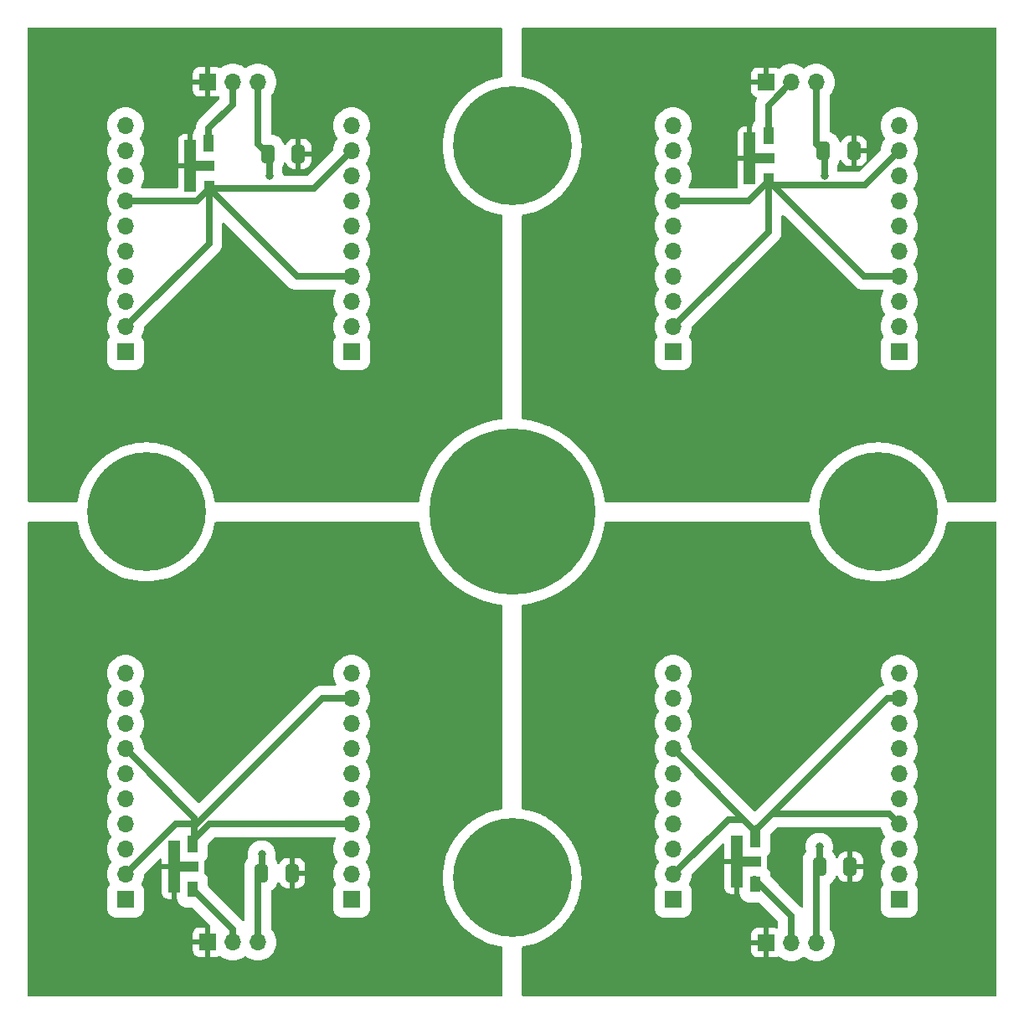
<source format=gbr>
%TF.GenerationSoftware,KiCad,Pcbnew,7.0.5-0*%
%TF.CreationDate,2023-11-28T16:07:23-05:00*%
%TF.ProjectId,quad_sipm,71756164-5f73-4697-906d-2e6b69636164,rev?*%
%TF.SameCoordinates,Original*%
%TF.FileFunction,Copper,L2,Bot*%
%TF.FilePolarity,Positive*%
%FSLAX46Y46*%
G04 Gerber Fmt 4.6, Leading zero omitted, Abs format (unit mm)*
G04 Created by KiCad (PCBNEW 7.0.5-0) date 2023-11-28 16:07:23*
%MOMM*%
%LPD*%
G01*
G04 APERTURE LIST*
G04 Aperture macros list*
%AMRoundRect*
0 Rectangle with rounded corners*
0 $1 Rounding radius*
0 $2 $3 $4 $5 $6 $7 $8 $9 X,Y pos of 4 corners*
0 Add a 4 corners polygon primitive as box body*
4,1,4,$2,$3,$4,$5,$6,$7,$8,$9,$2,$3,0*
0 Add four circle primitives for the rounded corners*
1,1,$1+$1,$2,$3*
1,1,$1+$1,$4,$5*
1,1,$1+$1,$6,$7*
1,1,$1+$1,$8,$9*
0 Add four rect primitives between the rounded corners*
20,1,$1+$1,$2,$3,$4,$5,0*
20,1,$1+$1,$4,$5,$6,$7,0*
20,1,$1+$1,$6,$7,$8,$9,0*
20,1,$1+$1,$8,$9,$2,$3,0*%
%AMFreePoly0*
4,1,5,0.508000,-1.498600,-0.508000,-1.498600,-0.508000,1.498600,0.508000,1.498600,0.508000,-1.498600,0.508000,-1.498600,$1*%
G04 Aperture macros list end*
%TA.AperFunction,ComponentPad*%
%ADD10C,16.800000*%
%TD*%
%TA.AperFunction,ComponentPad*%
%ADD11C,12.000000*%
%TD*%
%TA.AperFunction,ComponentPad*%
%ADD12R,1.700000X1.700000*%
%TD*%
%TA.AperFunction,ComponentPad*%
%ADD13O,1.700000X1.700000*%
%TD*%
%TA.AperFunction,SMDPad,CuDef*%
%ADD14RoundRect,0.250000X0.412500X0.650000X-0.412500X0.650000X-0.412500X-0.650000X0.412500X-0.650000X0*%
%TD*%
%TA.AperFunction,SMDPad,CuDef*%
%ADD15R,1.108800X1.625600*%
%TD*%
%TA.AperFunction,SMDPad,CuDef*%
%ADD16R,1.117600X1.727200*%
%TD*%
%TA.AperFunction,SMDPad,CuDef*%
%ADD17R,1.143000X5.207000*%
%TD*%
%TA.AperFunction,SMDPad,CuDef*%
%ADD18FreePoly0,90.000000*%
%TD*%
%TA.AperFunction,ViaPad*%
%ADD19C,0.800000*%
%TD*%
%TA.AperFunction,Conductor*%
%ADD20C,0.635000*%
%TD*%
%TA.AperFunction,Conductor*%
%ADD21C,0.250000*%
%TD*%
G04 APERTURE END LIST*
D10*
%TO.P,H2,1*%
%TO.N,N/C*%
X100000000Y-100000000D03*
%TD*%
D11*
%TO.P,H3,1*%
%TO.N,N/C*%
X100000000Y-137000000D03*
%TD*%
%TO.P,H4,1*%
%TO.N,N/C*%
X137000000Y-100000000D03*
%TD*%
%TO.P,H5,1*%
%TO.N,N/C*%
X63000000Y-100000000D03*
%TD*%
%TO.P,H1,1*%
%TO.N,N/C*%
X100000000Y-63000000D03*
%TD*%
D12*
%TO.P,J7,1,Pin_1*%
%TO.N,unconnected-(J7-Pin_1-Pad1)*%
X139146000Y-83820000D03*
D13*
%TO.P,J7,2,Pin_2*%
%TO.N,Net-(J3-Pin_3)*%
X139146000Y-81280000D03*
%TO.P,J7,3,Pin_3*%
%TO.N,unconnected-(J7-Pin_3-Pad3)*%
X139146000Y-78740000D03*
%TO.P,J7,4,Pin_4*%
%TO.N,Net-(J7-Pin_2-Pad12)*%
X139146000Y-76200000D03*
%TO.P,J7,5,Pin_5*%
%TO.N,unconnected-(J7-Pin_5-Pad5)*%
X139146000Y-73660000D03*
%TO.P,J7,6,Pin_6*%
%TO.N,unconnected-(J7-Pin_6-Pad6)*%
X139146000Y-71120000D03*
%TO.P,J7,7,Pin_7*%
%TO.N,Net-(J3-Pin_3)*%
X139146000Y-68580000D03*
%TO.P,J7,8,Pin_8*%
%TO.N,unconnected-(J7-Pin_8-Pad8)*%
X139146000Y-66040000D03*
%TO.P,J7,9,Pin_9*%
%TO.N,Net-(J7-Pin_2-Pad12)*%
X139146000Y-63500000D03*
%TO.P,J7,10,Pin_10*%
%TO.N,unconnected-(J7-Pin_10-Pad10)*%
X139146000Y-60960000D03*
D12*
%TO.P,J7,11,Pin_1*%
%TO.N,unconnected-(J7-Pin_1-Pad11)*%
X116286000Y-83820000D03*
D13*
%TO.P,J7,12,Pin_2*%
%TO.N,Net-(J7-Pin_2-Pad12)*%
X116286000Y-81280000D03*
%TO.P,J7,13,Pin_3*%
%TO.N,unconnected-(J7-Pin_3-Pad13)*%
X116286000Y-78740000D03*
%TO.P,J7,14,Pin_4*%
%TO.N,Net-(J3-Pin_3)*%
X116286000Y-76200000D03*
%TO.P,J7,15,Pin_5*%
%TO.N,unconnected-(J7-Pin_5-Pad15)*%
X116286000Y-73660000D03*
%TO.P,J7,16,Pin_6*%
%TO.N,unconnected-(J7-Pin_6-Pad16)*%
X116286000Y-71120000D03*
%TO.P,J7,17,Pin_7*%
%TO.N,Net-(J7-Pin_2-Pad12)*%
X116286000Y-68580000D03*
%TO.P,J7,18,Pin_8*%
%TO.N,unconnected-(J7-Pin_8-Pad18)*%
X116286000Y-66040000D03*
%TO.P,J7,19,Pin_9*%
%TO.N,Net-(J3-Pin_3)*%
X116286000Y-63500000D03*
%TO.P,J7,20,Pin_10*%
%TO.N,unconnected-(J7-Pin_10-Pad20)*%
X116286000Y-60960000D03*
%TD*%
D12*
%TO.P,J8,1,Pin_1*%
%TO.N,unconnected-(J8-Pin_1-Pad1)*%
X83774000Y-83820000D03*
D13*
%TO.P,J8,2,Pin_2*%
%TO.N,Net-(J4-Pin_3)*%
X83774000Y-81280000D03*
%TO.P,J8,3,Pin_3*%
%TO.N,unconnected-(J8-Pin_3-Pad3)*%
X83774000Y-78740000D03*
%TO.P,J8,4,Pin_4*%
%TO.N,Net-(J8-Pin_2-Pad12)*%
X83774000Y-76200000D03*
%TO.P,J8,5,Pin_5*%
%TO.N,unconnected-(J8-Pin_5-Pad5)*%
X83774000Y-73660000D03*
%TO.P,J8,6,Pin_6*%
%TO.N,unconnected-(J8-Pin_6-Pad6)*%
X83774000Y-71120000D03*
%TO.P,J8,7,Pin_7*%
%TO.N,Net-(J4-Pin_3)*%
X83774000Y-68580000D03*
%TO.P,J8,8,Pin_8*%
%TO.N,unconnected-(J8-Pin_8-Pad8)*%
X83774000Y-66040000D03*
%TO.P,J8,9,Pin_9*%
%TO.N,Net-(J8-Pin_2-Pad12)*%
X83774000Y-63500000D03*
%TO.P,J8,10,Pin_10*%
%TO.N,unconnected-(J8-Pin_10-Pad10)*%
X83774000Y-60960000D03*
D12*
%TO.P,J8,11,Pin_1*%
%TO.N,unconnected-(J8-Pin_1-Pad11)*%
X60914000Y-83820000D03*
D13*
%TO.P,J8,12,Pin_2*%
%TO.N,Net-(J8-Pin_2-Pad12)*%
X60914000Y-81280000D03*
%TO.P,J8,13,Pin_3*%
%TO.N,unconnected-(J8-Pin_3-Pad13)*%
X60914000Y-78740000D03*
%TO.P,J8,14,Pin_4*%
%TO.N,Net-(J4-Pin_3)*%
X60914000Y-76200000D03*
%TO.P,J8,15,Pin_5*%
%TO.N,unconnected-(J8-Pin_5-Pad15)*%
X60914000Y-73660000D03*
%TO.P,J8,16,Pin_6*%
%TO.N,unconnected-(J8-Pin_6-Pad16)*%
X60914000Y-71120000D03*
%TO.P,J8,17,Pin_7*%
%TO.N,Net-(J8-Pin_2-Pad12)*%
X60914000Y-68580000D03*
%TO.P,J8,18,Pin_8*%
%TO.N,unconnected-(J8-Pin_8-Pad18)*%
X60914000Y-66040000D03*
%TO.P,J8,19,Pin_9*%
%TO.N,Net-(J4-Pin_3)*%
X60914000Y-63500000D03*
%TO.P,J8,20,Pin_10*%
%TO.N,unconnected-(J8-Pin_10-Pad20)*%
X60914000Y-60960000D03*
%TD*%
%TO.P,J6,20,Pin_10*%
%TO.N,unconnected-(J6-Pin_10-Pad20)*%
X60914000Y-116332000D03*
%TO.P,J6,19,Pin_9*%
%TO.N,Net-(J2-Pin_3)*%
X60914000Y-118872000D03*
%TO.P,J6,18,Pin_8*%
%TO.N,unconnected-(J6-Pin_8-Pad18)*%
X60914000Y-121412000D03*
%TO.P,J6,17,Pin_7*%
%TO.N,Net-(J6-Pin_2-Pad12)*%
X60914000Y-123952000D03*
%TO.P,J6,16,Pin_6*%
%TO.N,unconnected-(J6-Pin_6-Pad16)*%
X60914000Y-126492000D03*
%TO.P,J6,15,Pin_5*%
%TO.N,unconnected-(J6-Pin_5-Pad15)*%
X60914000Y-129032000D03*
%TO.P,J6,14,Pin_4*%
%TO.N,Net-(J2-Pin_3)*%
X60914000Y-131572000D03*
%TO.P,J6,13,Pin_3*%
%TO.N,unconnected-(J6-Pin_3-Pad13)*%
X60914000Y-134112000D03*
%TO.P,J6,12,Pin_2*%
%TO.N,Net-(J6-Pin_2-Pad12)*%
X60914000Y-136652000D03*
D12*
%TO.P,J6,11,Pin_1*%
%TO.N,unconnected-(J6-Pin_1-Pad11)*%
X60914000Y-139192000D03*
D13*
%TO.P,J6,10,Pin_10*%
%TO.N,unconnected-(J6-Pin_10-Pad10)*%
X83774000Y-116332000D03*
%TO.P,J6,9,Pin_9*%
%TO.N,Net-(J6-Pin_2-Pad12)*%
X83774000Y-118872000D03*
%TO.P,J6,8,Pin_8*%
%TO.N,unconnected-(J6-Pin_8-Pad8)*%
X83774000Y-121412000D03*
%TO.P,J6,7,Pin_7*%
%TO.N,Net-(J2-Pin_3)*%
X83774000Y-123952000D03*
%TO.P,J6,6,Pin_6*%
%TO.N,unconnected-(J6-Pin_6-Pad6)*%
X83774000Y-126492000D03*
%TO.P,J6,5,Pin_5*%
%TO.N,unconnected-(J6-Pin_5-Pad5)*%
X83774000Y-129032000D03*
%TO.P,J6,4,Pin_4*%
%TO.N,Net-(J6-Pin_2-Pad12)*%
X83774000Y-131572000D03*
%TO.P,J6,3,Pin_3*%
%TO.N,unconnected-(J6-Pin_3-Pad3)*%
X83774000Y-134112000D03*
%TO.P,J6,2,Pin_2*%
%TO.N,Net-(J2-Pin_3)*%
X83774000Y-136652000D03*
D12*
%TO.P,J6,1,Pin_1*%
%TO.N,unconnected-(J6-Pin_1-Pad1)*%
X83774000Y-139192000D03*
%TD*%
%TO.P,J5,1,Pin_1*%
%TO.N,unconnected-(J5-Pin_1-Pad1)*%
X139146000Y-139192000D03*
D13*
%TO.P,J5,2,Pin_2*%
%TO.N,Net-(J1-Pin_3)*%
X139146000Y-136652000D03*
%TO.P,J5,3,Pin_3*%
%TO.N,unconnected-(J5-Pin_3-Pad3)*%
X139146000Y-134112000D03*
%TO.P,J5,4,Pin_4*%
%TO.N,Net-(J5-Pin_2-Pad12)*%
X139146000Y-131572000D03*
%TO.P,J5,5,Pin_5*%
%TO.N,unconnected-(J5-Pin_5-Pad5)*%
X139146000Y-129032000D03*
%TO.P,J5,6,Pin_6*%
%TO.N,unconnected-(J5-Pin_6-Pad6)*%
X139146000Y-126492000D03*
%TO.P,J5,7,Pin_7*%
%TO.N,Net-(J1-Pin_3)*%
X139146000Y-123952000D03*
%TO.P,J5,8,Pin_8*%
%TO.N,unconnected-(J5-Pin_8-Pad8)*%
X139146000Y-121412000D03*
%TO.P,J5,9,Pin_9*%
%TO.N,Net-(J5-Pin_2-Pad12)*%
X139146000Y-118872000D03*
%TO.P,J5,10,Pin_10*%
%TO.N,unconnected-(J5-Pin_10-Pad10)*%
X139146000Y-116332000D03*
D12*
%TO.P,J5,11,Pin_1*%
%TO.N,unconnected-(J5-Pin_1-Pad11)*%
X116286000Y-139192000D03*
D13*
%TO.P,J5,12,Pin_2*%
%TO.N,Net-(J5-Pin_2-Pad12)*%
X116286000Y-136652000D03*
%TO.P,J5,13,Pin_3*%
%TO.N,unconnected-(J5-Pin_3-Pad13)*%
X116286000Y-134112000D03*
%TO.P,J5,14,Pin_4*%
%TO.N,Net-(J1-Pin_3)*%
X116286000Y-131572000D03*
%TO.P,J5,15,Pin_5*%
%TO.N,unconnected-(J5-Pin_5-Pad15)*%
X116286000Y-129032000D03*
%TO.P,J5,16,Pin_6*%
%TO.N,unconnected-(J5-Pin_6-Pad16)*%
X116286000Y-126492000D03*
%TO.P,J5,17,Pin_7*%
%TO.N,Net-(J5-Pin_2-Pad12)*%
X116286000Y-123952000D03*
%TO.P,J5,18,Pin_8*%
%TO.N,unconnected-(J5-Pin_8-Pad18)*%
X116286000Y-121412000D03*
%TO.P,J5,19,Pin_9*%
%TO.N,Net-(J1-Pin_3)*%
X116286000Y-118872000D03*
%TO.P,J5,20,Pin_10*%
%TO.N,unconnected-(J5-Pin_10-Pad20)*%
X116286000Y-116332000D03*
%TD*%
D12*
%TO.P,J1,1,Pin_1*%
%TO.N,Net-(J1-Pin_1)*%
X125685000Y-143555000D03*
D13*
%TO.P,J1,2,Pin_2*%
%TO.N,Net-(J1-Pin_2)*%
X128225000Y-143555000D03*
%TO.P,J1,3,Pin_3*%
%TO.N,Net-(J1-Pin_3)*%
X130765000Y-143555000D03*
%TD*%
D14*
%TO.P,C4,1*%
%TO.N,Net-(J4-Pin_1)*%
X78397500Y-63792500D03*
%TO.P,C4,2*%
%TO.N,Net-(J4-Pin_3)*%
X75272500Y-63792500D03*
%TD*%
D12*
%TO.P,J3,1,Pin_1*%
%TO.N,Net-(J3-Pin_1)*%
X125685000Y-56560000D03*
D13*
%TO.P,J3,2,Pin_2*%
%TO.N,Net-(J3-Pin_2)*%
X128225000Y-56560000D03*
%TO.P,J3,3,Pin_3*%
%TO.N,Net-(J3-Pin_3)*%
X130765000Y-56560000D03*
%TD*%
D12*
%TO.P,J4,1,Pin_1*%
%TO.N,Net-(J4-Pin_1)*%
X69215000Y-56515000D03*
D13*
%TO.P,J4,2,Pin_2*%
%TO.N,Net-(J4-Pin_2)*%
X71755000Y-56515000D03*
%TO.P,J4,3,Pin_3*%
%TO.N,Net-(J4-Pin_3)*%
X74295000Y-56515000D03*
%TD*%
D14*
%TO.P,C3,1*%
%TO.N,Net-(J3-Pin_1)*%
X134570000Y-63500000D03*
%TO.P,C3,2*%
%TO.N,Net-(J3-Pin_3)*%
X131445000Y-63500000D03*
%TD*%
D12*
%TO.P,J2,1,Pin_1*%
%TO.N,Net-(J2-Pin_1)*%
X69215000Y-143510000D03*
D13*
%TO.P,J2,2,Pin_2*%
%TO.N,Net-(J2-Pin_2)*%
X71755000Y-143510000D03*
%TO.P,J2,3,Pin_3*%
%TO.N,Net-(J2-Pin_3)*%
X74295000Y-143510000D03*
%TD*%
D14*
%TO.P,C1,1*%
%TO.N,Net-(J1-Pin_1)*%
X134189000Y-135890000D03*
%TO.P,C1,2*%
%TO.N,Net-(J1-Pin_3)*%
X131064000Y-135890000D03*
%TD*%
%TO.P,C2,1*%
%TO.N,Net-(J2-Pin_1)*%
X77762500Y-136525000D03*
%TO.P,C2,2*%
%TO.N,Net-(J2-Pin_3)*%
X74637500Y-136525000D03*
%TD*%
D15*
%TO.P,U4,1*%
%TO.N,Net-(J8-Pin_2-Pad12)*%
X69342000Y-67310000D03*
D16*
%TO.P,U4,2*%
%TO.N,Net-(J4-Pin_2)*%
X69337600Y-62738000D03*
D17*
%TO.P,U4,3,G*%
%TO.N,Net-(J4-Pin_1)*%
X67445300Y-65036700D03*
D18*
X68397800Y-65024000D03*
%TD*%
D15*
%TO.P,U1,1*%
%TO.N,Net-(J2-Pin_2)*%
X67682700Y-138163300D03*
D16*
%TO.P,U1,2*%
%TO.N,Net-(J6-Pin_2-Pad12)*%
X67678300Y-133591300D03*
D17*
%TO.P,U1,3,G*%
%TO.N,Net-(J2-Pin_1)*%
X65786000Y-135890000D03*
D18*
X66738500Y-135877300D03*
%TD*%
%TO.P,U2,3,G*%
%TO.N,Net-(J1-Pin_1)*%
X123634500Y-135369300D03*
D17*
X122682000Y-135382000D03*
D16*
%TO.P,U2,2*%
%TO.N,Net-(J5-Pin_2-Pad12)*%
X124574300Y-133083300D03*
D15*
%TO.P,U2,1*%
%TO.N,Net-(J1-Pin_2)*%
X124578700Y-137655300D03*
%TD*%
%TO.P,U3,1*%
%TO.N,Net-(J7-Pin_2-Pad12)*%
X125912200Y-66548000D03*
D16*
%TO.P,U3,2*%
%TO.N,Net-(J3-Pin_2)*%
X125907800Y-61976000D03*
D17*
%TO.P,U3,3,G*%
%TO.N,Net-(J3-Pin_1)*%
X124015500Y-64274700D03*
D18*
X124968000Y-64262000D03*
%TD*%
D19*
%TO.N,Net-(J1-Pin_3)*%
X131064000Y-133858000D03*
%TO.N,Net-(J2-Pin_3)*%
X74676000Y-134620000D03*
%TO.N,Net-(J3-Pin_3)*%
X131572000Y-66040000D03*
%TO.N,Net-(J4-Pin_3)*%
X75438000Y-66040000D03*
%TD*%
D20*
%TO.N,Net-(J2-Pin_2)*%
X71755000Y-143510000D02*
X71755000Y-142235600D01*
X71755000Y-142235600D02*
X67682700Y-138163300D01*
%TO.N,Net-(J5-Pin_2-Pad12)*%
X116286000Y-123952000D02*
X123421000Y-131087000D01*
X116286000Y-136652000D02*
X121851000Y-131087000D01*
X123421000Y-131087000D02*
X124531800Y-132197800D01*
X121851000Y-131087000D02*
X123421000Y-131087000D01*
%TO.N,Net-(J6-Pin_2-Pad12)*%
X60914000Y-136652000D02*
X65994000Y-131572000D01*
X65994000Y-131572000D02*
X67635800Y-131572000D01*
X67635800Y-131572000D02*
X67889800Y-131826000D01*
%TO.N,Net-(J5-Pin_2-Pad12)*%
X126238000Y-130556000D02*
X125095000Y-131699000D01*
X139146000Y-118872000D02*
X137922000Y-118872000D01*
X137922000Y-118872000D02*
X125095000Y-131699000D01*
X125095000Y-131699000D02*
X124531800Y-132262200D01*
X138130000Y-130556000D02*
X126238000Y-130556000D01*
X139146000Y-131572000D02*
X138130000Y-130556000D01*
X124531800Y-132262200D02*
X124531800Y-132588000D01*
X124531800Y-132197800D02*
X124531800Y-132588000D01*
%TO.N,Net-(J1-Pin_3)*%
X131064000Y-133858000D02*
X131064000Y-135890000D01*
%TO.N,Net-(J6-Pin_2-Pad12)*%
X67889800Y-130927800D02*
X67889800Y-131826000D01*
X83774000Y-118872000D02*
X80843800Y-118872000D01*
X67889800Y-131826000D02*
X67889800Y-133096000D01*
X80843800Y-118872000D02*
X67889800Y-131826000D01*
X83774000Y-131572000D02*
X69413800Y-131572000D01*
X69413800Y-131572000D02*
X67889800Y-133096000D01*
X60914000Y-123952000D02*
X67889800Y-130927800D01*
%TO.N,Net-(J2-Pin_3)*%
X74676000Y-136486500D02*
X74637500Y-136525000D01*
X74676000Y-134620000D02*
X74676000Y-136486500D01*
%TO.N,Net-(J7-Pin_2-Pad12)*%
X139146000Y-76200000D02*
X135564200Y-76200000D01*
X135564200Y-76200000D02*
X125912200Y-66548000D01*
X116286000Y-81280000D02*
X125912200Y-71653800D01*
X125912200Y-71653800D02*
X125912200Y-66548000D01*
X116286000Y-68580000D02*
X123880200Y-68580000D01*
X123880200Y-68580000D02*
X125912200Y-66548000D01*
X139146000Y-63500000D02*
X135688500Y-66957500D01*
X135688500Y-66957500D02*
X126321700Y-66957500D01*
X126321700Y-66957500D02*
X125912200Y-66548000D01*
%TO.N,Net-(J3-Pin_3)*%
X131572000Y-66040000D02*
X131572000Y-63627000D01*
X131572000Y-63627000D02*
X131445000Y-63500000D01*
%TO.N,Net-(J8-Pin_2-Pad12)*%
X83774000Y-76200000D02*
X78232000Y-76200000D01*
X78232000Y-76200000D02*
X69342000Y-67310000D01*
X60914000Y-81280000D02*
X69342000Y-72852000D01*
X69342000Y-72852000D02*
X69342000Y-67310000D01*
X60914000Y-68580000D02*
X68072000Y-68580000D01*
X68072000Y-68580000D02*
X69342000Y-67310000D01*
X83774000Y-63500000D02*
X79964000Y-67310000D01*
X79964000Y-67310000D02*
X69342000Y-67310000D01*
%TO.N,Net-(J4-Pin_3)*%
X75438000Y-66040000D02*
X75438000Y-63958000D01*
X75438000Y-63958000D02*
X75272500Y-63792500D01*
%TO.N,Net-(J3-Pin_2)*%
X125907800Y-58877200D02*
X128225000Y-56560000D01*
X125907800Y-61976000D02*
X125907800Y-58877200D01*
%TO.N,Net-(J4-Pin_2)*%
X71755000Y-58801000D02*
X71755000Y-56515000D01*
X69337600Y-62738000D02*
X69337600Y-61218400D01*
X69337600Y-61218400D02*
X71755000Y-58801000D01*
%TO.N,Net-(J1-Pin_2)*%
X128225000Y-140848800D02*
X124536200Y-137160000D01*
X128225000Y-143555000D02*
X128225000Y-140848800D01*
%TO.N,Net-(J1-Pin_3)*%
X130765000Y-136189000D02*
X131064000Y-135890000D01*
X130765000Y-143555000D02*
X130765000Y-136189000D01*
%TO.N,Net-(J2-Pin_3)*%
X74295000Y-136867500D02*
X74295000Y-143510000D01*
X74637500Y-136525000D02*
X74295000Y-136867500D01*
D21*
X83312000Y-123952000D02*
X83774000Y-123952000D01*
D20*
%TO.N,Net-(J3-Pin_3)*%
X130765000Y-62820000D02*
X131445000Y-63500000D01*
X130765000Y-56560000D02*
X130765000Y-62820000D01*
%TO.N,Net-(J4-Pin_3)*%
X74295000Y-56515000D02*
X74295000Y-62815000D01*
X74295000Y-62815000D02*
X75272500Y-63792500D01*
%TD*%
%TA.AperFunction,Conductor*%
%TO.N,Net-(J3-Pin_1)*%
G36*
X148942121Y-51020002D02*
G01*
X148988614Y-51073658D01*
X149000000Y-51126000D01*
X149000000Y-98874000D01*
X148979998Y-98942121D01*
X148926342Y-98988614D01*
X148874000Y-99000000D01*
X144056178Y-99000000D01*
X143988057Y-98979998D01*
X143941564Y-98926342D01*
X143932375Y-98897425D01*
X143897659Y-98713953D01*
X143845369Y-98437589D01*
X143709468Y-97930403D01*
X143580392Y-97561525D01*
X143536049Y-97434799D01*
X143536048Y-97434798D01*
X143536046Y-97434791D01*
X143326072Y-96953524D01*
X143326069Y-96953519D01*
X143326062Y-96953503D01*
X143171250Y-96660588D01*
X143080719Y-96489295D01*
X143080709Y-96489279D01*
X142801366Y-96044706D01*
X142801354Y-96044689D01*
X142489561Y-95622224D01*
X142489548Y-95622208D01*
X142147067Y-95224239D01*
X142147058Y-95224228D01*
X142147045Y-95224215D01*
X142147034Y-95224203D01*
X141775796Y-94852965D01*
X141775784Y-94852954D01*
X141775772Y-94852942D01*
X141674361Y-94765671D01*
X141377791Y-94510451D01*
X141377775Y-94510438D01*
X140955310Y-94198645D01*
X140955293Y-94198633D01*
X140510720Y-93919290D01*
X140510712Y-93919285D01*
X140510705Y-93919281D01*
X140465089Y-93895172D01*
X140046496Y-93673937D01*
X140046470Y-93673925D01*
X139862513Y-93593666D01*
X139565209Y-93463954D01*
X139565202Y-93463951D01*
X139565200Y-93463950D01*
X139069605Y-93290534D01*
X138562412Y-93154631D01*
X138046487Y-93057013D01*
X137524711Y-92998222D01*
X137000000Y-92978590D01*
X136475288Y-92998222D01*
X135953512Y-93057013D01*
X135437587Y-93154631D01*
X134930394Y-93290534D01*
X134434799Y-93463950D01*
X134434796Y-93463952D01*
X133953529Y-93673925D01*
X133953503Y-93673937D01*
X133489300Y-93919278D01*
X133489279Y-93919290D01*
X133044706Y-94198633D01*
X133044689Y-94198645D01*
X132622224Y-94510438D01*
X132622208Y-94510451D01*
X132224239Y-94852932D01*
X132224203Y-94852965D01*
X131852965Y-95224203D01*
X131852932Y-95224239D01*
X131510451Y-95622208D01*
X131510438Y-95622224D01*
X131198645Y-96044689D01*
X131198633Y-96044706D01*
X130919290Y-96489279D01*
X130919278Y-96489300D01*
X130673937Y-96953503D01*
X130673925Y-96953529D01*
X130463952Y-97434796D01*
X130463950Y-97434799D01*
X130290534Y-97930394D01*
X130154631Y-98437587D01*
X130067625Y-98897425D01*
X130035308Y-98960639D01*
X129973944Y-98996347D01*
X129943822Y-99000000D01*
X109477770Y-99000000D01*
X109409649Y-98979998D01*
X109363156Y-98926342D01*
X109352377Y-98886350D01*
X109340942Y-98770251D01*
X109340941Y-98770249D01*
X109340941Y-98770242D01*
X109240512Y-98161948D01*
X109186523Y-97930403D01*
X109100512Y-97561520D01*
X108921547Y-96971555D01*
X108921545Y-96971547D01*
X108740040Y-96489300D01*
X108704372Y-96394531D01*
X108449926Y-95832958D01*
X108159296Y-95289228D01*
X107833728Y-94765671D01*
X107474613Y-94264527D01*
X107083492Y-93787944D01*
X106662038Y-93337962D01*
X106212056Y-92916508D01*
X105735473Y-92525387D01*
X105234329Y-92166272D01*
X104710772Y-91840704D01*
X104710771Y-91840703D01*
X104167054Y-91550080D01*
X104167037Y-91550071D01*
X103754548Y-91363174D01*
X103605469Y-91295628D01*
X103605464Y-91295626D01*
X103028452Y-91078454D01*
X103028444Y-91078452D01*
X102438479Y-90899487D01*
X101838066Y-90759490D01*
X101229760Y-90659059D01*
X101113649Y-90647622D01*
X101047817Y-90621039D01*
X101006807Y-90563084D01*
X101000000Y-90522229D01*
X101000000Y-81280000D01*
X114414732Y-81280000D01*
X114433779Y-81546312D01*
X114490529Y-81807188D01*
X114490529Y-81807189D01*
X114583832Y-82057346D01*
X114583837Y-82057357D01*
X114657426Y-82192128D01*
X114672517Y-82261502D01*
X114647705Y-82328022D01*
X114644239Y-82332444D01*
X114586722Y-82402529D01*
X114586721Y-82402531D01*
X114492334Y-82579116D01*
X114492332Y-82579122D01*
X114434206Y-82770736D01*
X114434206Y-82770739D01*
X114419500Y-82920057D01*
X114419500Y-84719942D01*
X114434206Y-84869260D01*
X114434206Y-84869263D01*
X114492332Y-85060877D01*
X114492334Y-85060883D01*
X114586720Y-85237466D01*
X114586722Y-85237469D01*
X114713748Y-85392252D01*
X114868531Y-85519278D01*
X115045120Y-85613667D01*
X115236731Y-85671792D01*
X115236736Y-85671792D01*
X115236738Y-85671793D01*
X115346069Y-85682560D01*
X115386066Y-85686500D01*
X115386075Y-85686500D01*
X117185925Y-85686500D01*
X117185934Y-85686500D01*
X117283179Y-85676922D01*
X117335260Y-85671793D01*
X117335263Y-85671793D01*
X117335264Y-85671792D01*
X117335269Y-85671792D01*
X117526880Y-85613667D01*
X117703469Y-85519278D01*
X117858252Y-85392252D01*
X117985278Y-85237469D01*
X118079667Y-85060880D01*
X118137792Y-84869269D01*
X118152500Y-84719934D01*
X118152500Y-82920066D01*
X118137793Y-82770739D01*
X118137793Y-82770736D01*
X118137792Y-82770733D01*
X118137792Y-82770731D01*
X118079667Y-82579120D01*
X117985278Y-82402531D01*
X117927759Y-82332444D01*
X117900007Y-82267097D01*
X117911989Y-82197119D01*
X117914572Y-82192128D01*
X117988165Y-82057353D01*
X118081468Y-81807197D01*
X118138221Y-81546309D01*
X118152736Y-81343344D01*
X118177546Y-81276826D01*
X118189313Y-81263246D01*
X126896668Y-72555893D01*
X126940028Y-72512533D01*
X126940920Y-72510393D01*
X126969972Y-72468901D01*
X126973300Y-72464564D01*
X127009124Y-72421873D01*
X127036995Y-72373597D01*
X127039922Y-72369002D01*
X127071891Y-72323348D01*
X127095446Y-72272831D01*
X127097964Y-72267995D01*
X127125834Y-72219726D01*
X127144899Y-72167340D01*
X127146986Y-72162304D01*
X127170539Y-72111798D01*
X127184957Y-72057984D01*
X127186610Y-72052743D01*
X127205665Y-72000393D01*
X127205666Y-72000388D01*
X127205668Y-72000383D01*
X127215345Y-71945494D01*
X127216527Y-71940162D01*
X127230952Y-71886332D01*
X127235807Y-71830828D01*
X127236525Y-71825377D01*
X127246200Y-71770508D01*
X127246200Y-70072751D01*
X127266202Y-70004630D01*
X127319858Y-69958137D01*
X127390132Y-69948033D01*
X127454712Y-69977527D01*
X127461295Y-69983656D01*
X134538393Y-77060754D01*
X134703446Y-77225807D01*
X134727510Y-77242656D01*
X134749084Y-77257763D01*
X134753447Y-77261111D01*
X134796125Y-77296923D01*
X134796128Y-77296925D01*
X134830107Y-77316541D01*
X134844384Y-77324784D01*
X134849006Y-77327728D01*
X134894652Y-77359691D01*
X134945143Y-77383235D01*
X134950017Y-77385772D01*
X134998273Y-77413633D01*
X135050630Y-77432689D01*
X135055690Y-77434784D01*
X135095182Y-77453200D01*
X135106197Y-77458337D01*
X135106198Y-77458337D01*
X135106202Y-77458339D01*
X135149150Y-77469846D01*
X135160023Y-77472760D01*
X135165269Y-77474414D01*
X135217616Y-77493467D01*
X135217620Y-77493467D01*
X135217621Y-77493468D01*
X135225420Y-77494843D01*
X135272497Y-77503143D01*
X135277839Y-77504328D01*
X135331668Y-77518752D01*
X135378475Y-77522846D01*
X135387180Y-77523608D01*
X135392619Y-77524324D01*
X135426996Y-77530386D01*
X135447489Y-77534000D01*
X135447490Y-77534000D01*
X135505953Y-77534000D01*
X137465917Y-77534000D01*
X137534038Y-77554002D01*
X137580531Y-77607658D01*
X137590635Y-77677932D01*
X137573419Y-77724078D01*
X137573946Y-77724366D01*
X137571946Y-77728027D01*
X137571908Y-77728131D01*
X137571789Y-77728315D01*
X137443834Y-77962647D01*
X137350529Y-78212810D01*
X137350529Y-78212811D01*
X137293779Y-78473687D01*
X137274732Y-78739999D01*
X137293779Y-79006312D01*
X137350529Y-79267188D01*
X137350529Y-79267189D01*
X137443834Y-79517352D01*
X137443835Y-79517353D01*
X137571789Y-79751684D01*
X137637657Y-79839673D01*
X137708636Y-79934491D01*
X137733447Y-80001012D01*
X137718355Y-80070386D01*
X137708636Y-80085509D01*
X137571789Y-80268316D01*
X137443834Y-80502647D01*
X137350529Y-80752810D01*
X137350529Y-80752811D01*
X137293779Y-81013687D01*
X137274732Y-81280000D01*
X137293779Y-81546312D01*
X137350529Y-81807188D01*
X137350529Y-81807189D01*
X137443832Y-82057346D01*
X137443837Y-82057357D01*
X137517426Y-82192128D01*
X137532517Y-82261502D01*
X137507705Y-82328022D01*
X137504239Y-82332444D01*
X137446722Y-82402529D01*
X137446721Y-82402531D01*
X137352334Y-82579116D01*
X137352332Y-82579122D01*
X137294206Y-82770736D01*
X137294206Y-82770739D01*
X137279500Y-82920057D01*
X137279500Y-84719942D01*
X137294206Y-84869260D01*
X137294206Y-84869263D01*
X137352332Y-85060877D01*
X137352334Y-85060883D01*
X137446720Y-85237466D01*
X137446722Y-85237469D01*
X137573748Y-85392252D01*
X137728531Y-85519278D01*
X137905120Y-85613667D01*
X138096731Y-85671792D01*
X138096736Y-85671792D01*
X138096738Y-85671793D01*
X138206069Y-85682560D01*
X138246066Y-85686500D01*
X138246075Y-85686500D01*
X140045925Y-85686500D01*
X140045934Y-85686500D01*
X140143179Y-85676922D01*
X140195260Y-85671793D01*
X140195263Y-85671793D01*
X140195264Y-85671792D01*
X140195269Y-85671792D01*
X140386880Y-85613667D01*
X140563469Y-85519278D01*
X140718252Y-85392252D01*
X140845278Y-85237469D01*
X140939667Y-85060880D01*
X140997792Y-84869269D01*
X141012500Y-84719934D01*
X141012500Y-82920066D01*
X140997793Y-82770739D01*
X140997793Y-82770736D01*
X140997792Y-82770733D01*
X140997792Y-82770731D01*
X140939667Y-82579120D01*
X140845278Y-82402531D01*
X140787759Y-82332444D01*
X140760007Y-82267097D01*
X140771989Y-82197119D01*
X140774572Y-82192128D01*
X140848165Y-82057353D01*
X140941468Y-81807197D01*
X140998221Y-81546309D01*
X141017268Y-81280000D01*
X140998221Y-81013691D01*
X140941468Y-80752803D01*
X140848165Y-80502647D01*
X140720211Y-80268316D01*
X140583362Y-80085508D01*
X140558552Y-80018989D01*
X140573643Y-79949615D01*
X140583363Y-79934491D01*
X140720211Y-79751684D01*
X140848165Y-79517353D01*
X140941468Y-79267197D01*
X140998221Y-79006309D01*
X141017268Y-78740000D01*
X140998221Y-78473691D01*
X140941468Y-78212803D01*
X140848165Y-77962647D01*
X140720211Y-77728316D01*
X140583362Y-77545508D01*
X140558552Y-77478989D01*
X140573643Y-77409615D01*
X140583363Y-77394491D01*
X140609414Y-77359691D01*
X140720211Y-77211684D01*
X140848165Y-76977353D01*
X140941468Y-76727197D01*
X140998221Y-76466309D01*
X141017268Y-76200000D01*
X140998221Y-75933691D01*
X140941468Y-75672803D01*
X140848165Y-75422647D01*
X140720211Y-75188316D01*
X140583362Y-75005508D01*
X140558552Y-74938989D01*
X140573643Y-74869615D01*
X140583363Y-74854491D01*
X140602374Y-74829095D01*
X140720211Y-74671684D01*
X140848165Y-74437353D01*
X140941468Y-74187197D01*
X140998221Y-73926309D01*
X141017268Y-73660000D01*
X140998221Y-73393691D01*
X140941468Y-73132803D01*
X140848165Y-72882647D01*
X140720211Y-72648316D01*
X140583362Y-72465508D01*
X140558552Y-72398989D01*
X140573643Y-72329615D01*
X140583363Y-72314491D01*
X140618177Y-72267985D01*
X140720211Y-72131684D01*
X140848165Y-71897353D01*
X140941468Y-71647197D01*
X140998221Y-71386309D01*
X141017268Y-71120000D01*
X140998221Y-70853691D01*
X140941468Y-70592803D01*
X140848165Y-70342647D01*
X140720211Y-70108316D01*
X140583362Y-69925508D01*
X140558552Y-69858989D01*
X140573643Y-69789615D01*
X140583363Y-69774491D01*
X140624328Y-69719768D01*
X140720211Y-69591684D01*
X140848165Y-69357353D01*
X140941468Y-69107197D01*
X140998221Y-68846309D01*
X141017268Y-68580000D01*
X140998221Y-68313691D01*
X140976935Y-68215840D01*
X140941470Y-68052811D01*
X140941470Y-68052810D01*
X140941468Y-68052806D01*
X140941468Y-68052803D01*
X140848165Y-67802647D01*
X140720211Y-67568316D01*
X140583362Y-67385508D01*
X140558552Y-67318989D01*
X140573643Y-67249615D01*
X140583363Y-67234491D01*
X140642238Y-67155843D01*
X140720211Y-67051684D01*
X140848165Y-66817353D01*
X140941468Y-66567197D01*
X140998221Y-66306309D01*
X141017268Y-66040000D01*
X140998221Y-65773691D01*
X140952867Y-65565203D01*
X140941470Y-65512811D01*
X140941470Y-65512810D01*
X140941468Y-65512806D01*
X140941468Y-65512803D01*
X140848165Y-65262647D01*
X140720211Y-65028316D01*
X140613616Y-64885922D01*
X140583363Y-64845508D01*
X140558552Y-64778988D01*
X140573644Y-64709613D01*
X140583357Y-64694498D01*
X140720211Y-64511684D01*
X140848165Y-64277353D01*
X140941468Y-64027197D01*
X140998221Y-63766309D01*
X141017268Y-63500000D01*
X140998221Y-63233691D01*
X140955838Y-63038860D01*
X140941470Y-62972811D01*
X140941470Y-62972810D01*
X140941468Y-62972806D01*
X140941468Y-62972803D01*
X140848165Y-62722647D01*
X140720211Y-62488316D01*
X140583362Y-62305508D01*
X140558552Y-62238989D01*
X140573643Y-62169615D01*
X140583363Y-62154491D01*
X140720211Y-61971684D01*
X140848165Y-61737353D01*
X140941468Y-61487197D01*
X140998221Y-61226309D01*
X141017268Y-60960000D01*
X140998221Y-60693691D01*
X140953805Y-60489513D01*
X140941470Y-60432811D01*
X140941470Y-60432810D01*
X140941468Y-60432806D01*
X140941468Y-60432803D01*
X140848165Y-60182647D01*
X140720211Y-59948316D01*
X140560210Y-59734580D01*
X140371420Y-59545790D01*
X140371417Y-59545788D01*
X140371414Y-59545785D01*
X140216422Y-59429760D01*
X140157684Y-59385789D01*
X140029728Y-59315920D01*
X139923352Y-59257834D01*
X139673189Y-59164529D01*
X139412311Y-59107779D01*
X139412313Y-59107779D01*
X139146000Y-59088732D01*
X138879687Y-59107779D01*
X138618811Y-59164529D01*
X138618810Y-59164529D01*
X138368647Y-59257834D01*
X138134316Y-59385789D01*
X137920585Y-59545785D01*
X137920576Y-59545793D01*
X137731793Y-59734576D01*
X137731785Y-59734585D01*
X137571789Y-59948316D01*
X137443834Y-60182647D01*
X137350529Y-60432810D01*
X137350529Y-60432811D01*
X137293779Y-60693687D01*
X137274732Y-60959999D01*
X137293779Y-61226312D01*
X137350529Y-61487188D01*
X137350529Y-61487189D01*
X137443834Y-61737352D01*
X137443835Y-61737353D01*
X137571789Y-61971684D01*
X137607382Y-62019230D01*
X137708636Y-62154491D01*
X137733447Y-62221012D01*
X137718355Y-62290386D01*
X137708636Y-62305509D01*
X137571789Y-62488316D01*
X137443834Y-62722647D01*
X137350529Y-62972810D01*
X137350529Y-62972811D01*
X137293779Y-63233685D01*
X137293778Y-63233691D01*
X137279262Y-63436653D01*
X137254451Y-63503173D01*
X137242678Y-63516759D01*
X135172844Y-65586595D01*
X135110532Y-65620620D01*
X135083749Y-65623500D01*
X133032000Y-65623500D01*
X132963879Y-65603498D01*
X132917386Y-65549842D01*
X132906000Y-65497500D01*
X132905999Y-64899903D01*
X132926001Y-64831782D01*
X132928427Y-64828148D01*
X132937827Y-64814580D01*
X132963479Y-64777554D01*
X132966911Y-64770000D01*
X133028384Y-64634661D01*
X133057760Y-64569989D01*
X133082806Y-64470589D01*
X133118845Y-64409423D01*
X133182234Y-64377449D01*
X133252847Y-64384822D01*
X133308264Y-64429200D01*
X133323958Y-64462893D01*
X133324363Y-64462738D01*
X133326595Y-64468555D01*
X133326690Y-64468757D01*
X133326728Y-64468899D01*
X133411187Y-64634658D01*
X133411188Y-64634661D01*
X133528263Y-64779236D01*
X133672838Y-64896311D01*
X133672841Y-64896312D01*
X133838597Y-64980769D01*
X134018289Y-65028917D01*
X134095561Y-65035000D01*
X134316000Y-65035000D01*
X134316000Y-63754000D01*
X134824000Y-63754000D01*
X134824000Y-65035000D01*
X135044439Y-65035000D01*
X135121710Y-65028917D01*
X135301402Y-64980769D01*
X135467158Y-64896312D01*
X135467161Y-64896311D01*
X135611736Y-64779236D01*
X135728811Y-64634661D01*
X135728812Y-64634658D01*
X135813269Y-64468902D01*
X135861417Y-64289210D01*
X135867500Y-64211938D01*
X135867500Y-63754000D01*
X134824000Y-63754000D01*
X134316000Y-63754000D01*
X134316000Y-61965000D01*
X134824000Y-61965000D01*
X134824000Y-63246000D01*
X135867500Y-63246000D01*
X135867500Y-62788061D01*
X135861417Y-62710789D01*
X135813269Y-62531097D01*
X135728812Y-62365341D01*
X135728811Y-62365338D01*
X135611736Y-62220763D01*
X135467161Y-62103688D01*
X135467158Y-62103687D01*
X135301402Y-62019230D01*
X135121710Y-61971082D01*
X135044439Y-61965000D01*
X134824000Y-61965000D01*
X134316000Y-61965000D01*
X134095561Y-61965000D01*
X134018289Y-61971082D01*
X133838597Y-62019230D01*
X133672841Y-62103687D01*
X133672838Y-62103688D01*
X133528263Y-62220763D01*
X133411188Y-62365338D01*
X133411187Y-62365341D01*
X133326728Y-62531100D01*
X133326689Y-62531247D01*
X133326642Y-62531322D01*
X133324363Y-62537262D01*
X133323276Y-62536844D01*
X133289730Y-62591865D01*
X133225866Y-62622879D01*
X133155372Y-62614442D01*
X133100631Y-62569232D01*
X133082805Y-62529407D01*
X133072451Y-62488316D01*
X133057760Y-62430011D01*
X132963479Y-62222446D01*
X132833652Y-62035050D01*
X132833650Y-62035048D01*
X132833642Y-62035039D01*
X132672460Y-61873857D01*
X132672451Y-61873849D01*
X132672450Y-61873848D01*
X132485054Y-61744021D01*
X132277489Y-61649740D01*
X132194211Y-61628755D01*
X132133043Y-61592715D01*
X132101070Y-61529325D01*
X132099000Y-61506585D01*
X132099000Y-57917816D01*
X132119001Y-57849699D01*
X132135898Y-57828730D01*
X132179210Y-57785420D01*
X132339211Y-57571684D01*
X132467165Y-57337353D01*
X132560468Y-57087197D01*
X132617221Y-56826309D01*
X132636268Y-56560000D01*
X132617221Y-56293691D01*
X132568043Y-56067625D01*
X132560470Y-56032811D01*
X132560470Y-56032810D01*
X132560468Y-56032806D01*
X132560468Y-56032803D01*
X132467165Y-55782647D01*
X132339211Y-55548316D01*
X132179210Y-55334580D01*
X131990420Y-55145790D01*
X131990417Y-55145788D01*
X131990414Y-55145785D01*
X131895856Y-55075000D01*
X131776684Y-54985789D01*
X131648728Y-54915920D01*
X131542352Y-54857834D01*
X131292189Y-54764529D01*
X131031311Y-54707779D01*
X131031313Y-54707779D01*
X130818261Y-54692541D01*
X130765000Y-54688732D01*
X130764999Y-54688732D01*
X130498687Y-54707779D01*
X130237811Y-54764529D01*
X130237810Y-54764529D01*
X129987647Y-54857834D01*
X129753316Y-54985789D01*
X129570509Y-55122636D01*
X129503988Y-55147447D01*
X129434614Y-55132355D01*
X129419491Y-55122636D01*
X129324673Y-55051657D01*
X129236684Y-54985789D01*
X129108728Y-54915920D01*
X129002352Y-54857834D01*
X128752189Y-54764529D01*
X128491311Y-54707779D01*
X128491313Y-54707779D01*
X128278261Y-54692541D01*
X128225000Y-54688732D01*
X128224999Y-54688732D01*
X127958687Y-54707779D01*
X127697811Y-54764529D01*
X127697810Y-54764529D01*
X127447647Y-54857834D01*
X127213316Y-54985789D01*
X126999580Y-55145790D01*
X126998700Y-55146553D01*
X126998345Y-55146715D01*
X126995978Y-55148487D01*
X126995592Y-55147971D01*
X126934116Y-55176039D01*
X126863843Y-55165927D01*
X126852059Y-55159772D01*
X126789197Y-55122595D01*
X126635130Y-55077834D01*
X126635117Y-55077832D01*
X126599136Y-55075000D01*
X125939000Y-55075000D01*
X125939000Y-56126325D01*
X125827315Y-56075320D01*
X125720763Y-56060000D01*
X125649237Y-56060000D01*
X125542685Y-56075320D01*
X125431000Y-56126325D01*
X125431000Y-55075000D01*
X124770864Y-55075000D01*
X124734882Y-55077832D01*
X124734869Y-55077834D01*
X124580802Y-55122595D01*
X124442714Y-55204261D01*
X124442707Y-55204266D01*
X124329266Y-55317707D01*
X124329261Y-55317714D01*
X124247595Y-55455802D01*
X124202834Y-55609869D01*
X124202832Y-55609882D01*
X124200000Y-55645863D01*
X124200000Y-56306000D01*
X125253884Y-56306000D01*
X125225507Y-56350156D01*
X125185000Y-56488111D01*
X125185000Y-56631889D01*
X125225507Y-56769844D01*
X125253884Y-56814000D01*
X124200000Y-56814000D01*
X124200000Y-57474136D01*
X124202832Y-57510117D01*
X124202834Y-57510130D01*
X124247595Y-57664197D01*
X124329261Y-57802285D01*
X124329266Y-57802292D01*
X124442707Y-57915733D01*
X124442714Y-57915738D01*
X124580802Y-57997404D01*
X124673713Y-58024397D01*
X124733548Y-58062610D01*
X124763226Y-58127106D01*
X124753323Y-58197409D01*
X124748568Y-58206665D01*
X124724565Y-58258139D01*
X124722028Y-58263013D01*
X124694165Y-58311274D01*
X124675108Y-58363633D01*
X124673004Y-58368711D01*
X124649460Y-58419200D01*
X124649459Y-58419203D01*
X124635040Y-58473018D01*
X124633388Y-58478259D01*
X124614333Y-58530616D01*
X124604657Y-58585484D01*
X124603467Y-58590849D01*
X124589047Y-58644666D01*
X124584191Y-58700171D01*
X124583474Y-58705620D01*
X124573800Y-58760489D01*
X124573800Y-58818953D01*
X124573799Y-60409581D01*
X124553797Y-60477702D01*
X124545200Y-60489512D01*
X124499726Y-60544924D01*
X124499721Y-60544931D01*
X124405334Y-60721516D01*
X124405332Y-60721522D01*
X124347207Y-60913133D01*
X124346281Y-60922547D01*
X124319700Y-60988380D01*
X124305522Y-60998413D01*
X124306404Y-60999295D01*
X124269500Y-61036198D01*
X124269500Y-64402700D01*
X124249498Y-64470821D01*
X124195842Y-64517314D01*
X124143500Y-64528700D01*
X122809000Y-64528700D01*
X122809000Y-66942336D01*
X122811832Y-66978317D01*
X122811834Y-66978330D01*
X122842781Y-67084847D01*
X122842578Y-67155843D01*
X122804025Y-67215459D01*
X122739360Y-67244768D01*
X122721784Y-67246000D01*
X117966083Y-67246000D01*
X117897962Y-67225998D01*
X117851469Y-67172342D01*
X117841365Y-67102068D01*
X117858580Y-67055921D01*
X117858054Y-67055634D01*
X117860053Y-67051972D01*
X117860092Y-67051869D01*
X117860204Y-67051693D01*
X117860211Y-67051684D01*
X117988165Y-66817353D01*
X118081468Y-66567197D01*
X118138221Y-66306309D01*
X118157268Y-66040000D01*
X118138221Y-65773691D01*
X118092867Y-65565203D01*
X118081470Y-65512811D01*
X118081470Y-65512810D01*
X118081468Y-65512806D01*
X118081468Y-65512803D01*
X117988165Y-65262647D01*
X117860211Y-65028316D01*
X117723362Y-64845508D01*
X117698552Y-64778989D01*
X117713643Y-64709615D01*
X117723363Y-64694491D01*
X117768151Y-64634661D01*
X117860211Y-64511684D01*
X117988165Y-64277353D01*
X118081468Y-64027197D01*
X118082881Y-64020700D01*
X122809000Y-64020700D01*
X123761500Y-64020700D01*
X123761500Y-61036200D01*
X123379864Y-61036200D01*
X123343882Y-61039032D01*
X123343869Y-61039034D01*
X123189802Y-61083795D01*
X123051714Y-61165461D01*
X123051707Y-61165466D01*
X122938266Y-61278907D01*
X122938261Y-61278914D01*
X122856595Y-61417002D01*
X122811834Y-61571069D01*
X122811832Y-61571082D01*
X122809000Y-61607063D01*
X122809000Y-64020700D01*
X118082881Y-64020700D01*
X118138221Y-63766309D01*
X118157268Y-63500000D01*
X118138221Y-63233691D01*
X118095838Y-63038860D01*
X118081470Y-62972811D01*
X118081470Y-62972810D01*
X118081468Y-62972806D01*
X118081468Y-62972803D01*
X117988165Y-62722647D01*
X117860211Y-62488316D01*
X117723362Y-62305508D01*
X117698552Y-62238989D01*
X117713643Y-62169615D01*
X117723363Y-62154491D01*
X117860211Y-61971684D01*
X117988165Y-61737353D01*
X118081468Y-61487197D01*
X118138221Y-61226309D01*
X118157268Y-60960000D01*
X118138221Y-60693691D01*
X118093805Y-60489513D01*
X118081470Y-60432811D01*
X118081470Y-60432810D01*
X118081468Y-60432806D01*
X118081468Y-60432803D01*
X117988165Y-60182647D01*
X117860211Y-59948316D01*
X117700210Y-59734580D01*
X117511420Y-59545790D01*
X117511417Y-59545788D01*
X117511414Y-59545785D01*
X117356422Y-59429760D01*
X117297684Y-59385789D01*
X117169729Y-59315920D01*
X117063352Y-59257834D01*
X116813189Y-59164529D01*
X116552311Y-59107779D01*
X116552313Y-59107779D01*
X116339261Y-59092541D01*
X116286000Y-59088732D01*
X116285999Y-59088732D01*
X116019687Y-59107779D01*
X115758811Y-59164529D01*
X115758810Y-59164529D01*
X115508647Y-59257834D01*
X115274316Y-59385789D01*
X115060585Y-59545785D01*
X115060576Y-59545793D01*
X114871793Y-59734576D01*
X114871785Y-59734585D01*
X114711789Y-59948316D01*
X114583834Y-60182647D01*
X114490529Y-60432810D01*
X114490529Y-60432811D01*
X114433779Y-60693687D01*
X114414732Y-60960000D01*
X114433779Y-61226312D01*
X114490529Y-61487188D01*
X114490529Y-61487189D01*
X114583834Y-61737352D01*
X114583835Y-61737353D01*
X114711789Y-61971684D01*
X114747382Y-62019230D01*
X114848636Y-62154491D01*
X114873447Y-62221012D01*
X114858355Y-62290386D01*
X114848636Y-62305509D01*
X114711789Y-62488316D01*
X114583834Y-62722647D01*
X114490529Y-62972810D01*
X114490529Y-62972811D01*
X114433779Y-63233687D01*
X114414732Y-63499999D01*
X114433779Y-63766312D01*
X114490529Y-64027188D01*
X114490529Y-64027189D01*
X114583834Y-64277352D01*
X114583835Y-64277353D01*
X114711789Y-64511684D01*
X114803849Y-64634661D01*
X114848636Y-64694490D01*
X114873447Y-64761010D01*
X114858356Y-64830384D01*
X114848637Y-64845507D01*
X114711788Y-65028317D01*
X114583834Y-65262647D01*
X114490529Y-65512810D01*
X114490529Y-65512811D01*
X114433779Y-65773687D01*
X114414732Y-66039999D01*
X114433779Y-66306312D01*
X114490529Y-66567188D01*
X114490529Y-66567189D01*
X114583834Y-66817352D01*
X114583835Y-66817353D01*
X114711789Y-67051684D01*
X114736615Y-67084847D01*
X114848636Y-67234491D01*
X114873447Y-67301012D01*
X114858355Y-67370386D01*
X114848636Y-67385509D01*
X114711789Y-67568316D01*
X114583834Y-67802647D01*
X114490529Y-68052810D01*
X114490529Y-68052811D01*
X114433779Y-68313687D01*
X114414732Y-68580000D01*
X114433779Y-68846312D01*
X114490529Y-69107188D01*
X114490529Y-69107189D01*
X114583834Y-69357352D01*
X114583835Y-69357353D01*
X114711789Y-69591684D01*
X114777657Y-69679673D01*
X114848636Y-69774491D01*
X114873447Y-69841012D01*
X114858355Y-69910386D01*
X114848636Y-69925509D01*
X114711789Y-70108316D01*
X114583834Y-70342647D01*
X114490529Y-70592810D01*
X114490529Y-70592811D01*
X114433779Y-70853687D01*
X114414732Y-71120000D01*
X114433779Y-71386312D01*
X114490529Y-71647188D01*
X114490529Y-71647189D01*
X114583834Y-71897352D01*
X114640089Y-72000375D01*
X114711789Y-72131684D01*
X114777657Y-72219673D01*
X114848636Y-72314491D01*
X114873447Y-72381012D01*
X114858355Y-72450386D01*
X114848636Y-72465509D01*
X114711789Y-72648316D01*
X114583834Y-72882647D01*
X114490529Y-73132810D01*
X114490529Y-73132811D01*
X114433779Y-73393687D01*
X114414732Y-73659999D01*
X114433779Y-73926312D01*
X114490529Y-74187188D01*
X114490529Y-74187189D01*
X114583834Y-74437352D01*
X114583835Y-74437353D01*
X114711789Y-74671684D01*
X114829626Y-74829095D01*
X114848636Y-74854490D01*
X114873447Y-74921010D01*
X114858356Y-74990384D01*
X114848637Y-75005507D01*
X114711788Y-75188317D01*
X114583834Y-75422647D01*
X114490529Y-75672810D01*
X114490529Y-75672811D01*
X114433779Y-75933687D01*
X114414732Y-76200000D01*
X114433779Y-76466312D01*
X114490529Y-76727188D01*
X114490529Y-76727189D01*
X114583834Y-76977352D01*
X114583835Y-76977353D01*
X114711789Y-77211684D01*
X114747464Y-77259340D01*
X114848636Y-77394491D01*
X114873447Y-77461012D01*
X114858355Y-77530386D01*
X114848636Y-77545509D01*
X114711789Y-77728316D01*
X114583834Y-77962647D01*
X114490529Y-78212810D01*
X114490529Y-78212811D01*
X114433779Y-78473687D01*
X114414732Y-78739999D01*
X114433779Y-79006312D01*
X114490529Y-79267188D01*
X114490529Y-79267189D01*
X114583834Y-79517352D01*
X114583835Y-79517353D01*
X114711789Y-79751684D01*
X114777657Y-79839673D01*
X114848636Y-79934491D01*
X114873447Y-80001012D01*
X114858355Y-80070386D01*
X114848636Y-80085509D01*
X114711789Y-80268316D01*
X114583834Y-80502647D01*
X114490529Y-80752810D01*
X114490529Y-80752811D01*
X114433779Y-81013687D01*
X114414732Y-81280000D01*
X101000000Y-81280000D01*
X101000000Y-70056178D01*
X101020002Y-69988057D01*
X101073658Y-69941564D01*
X101102575Y-69932375D01*
X101275270Y-69899699D01*
X101562411Y-69845369D01*
X102069597Y-69709468D01*
X102565209Y-69536046D01*
X103046476Y-69326072D01*
X103046487Y-69326065D01*
X103046496Y-69326062D01*
X103198527Y-69245710D01*
X103510705Y-69080719D01*
X103955301Y-68801361D01*
X104377778Y-68489559D01*
X104775772Y-68147058D01*
X105147058Y-67775772D01*
X105489559Y-67377778D01*
X105801361Y-66955301D01*
X106080719Y-66510705D01*
X106245710Y-66198527D01*
X106326062Y-66046496D01*
X106326065Y-66046487D01*
X106326072Y-66046476D01*
X106536046Y-65565209D01*
X106709468Y-65069597D01*
X106845369Y-64562411D01*
X106942987Y-64046487D01*
X107001777Y-63524711D01*
X107021410Y-63000000D01*
X107001777Y-62475289D01*
X106942987Y-61953513D01*
X106845369Y-61437589D01*
X106709468Y-60930403D01*
X106703424Y-60913131D01*
X106536049Y-60434799D01*
X106536048Y-60434798D01*
X106536046Y-60434791D01*
X106326072Y-59953524D01*
X106326069Y-59953519D01*
X106326062Y-59953503D01*
X106110579Y-59545793D01*
X106080719Y-59489295D01*
X105876657Y-59164532D01*
X105801366Y-59044706D01*
X105801354Y-59044689D01*
X105489561Y-58622224D01*
X105489548Y-58622208D01*
X105178386Y-58260632D01*
X105147058Y-58224228D01*
X105147045Y-58224215D01*
X105147034Y-58224203D01*
X104775796Y-57852965D01*
X104775784Y-57852954D01*
X104775772Y-57852942D01*
X104689864Y-57779012D01*
X104377791Y-57510451D01*
X104377775Y-57510438D01*
X103955310Y-57198645D01*
X103955293Y-57198633D01*
X103510720Y-56919290D01*
X103510712Y-56919285D01*
X103510705Y-56919281D01*
X103456813Y-56890798D01*
X103046496Y-56673937D01*
X103046470Y-56673925D01*
X102747595Y-56543528D01*
X102565209Y-56463954D01*
X102565202Y-56463951D01*
X102565200Y-56463950D01*
X102069605Y-56290534D01*
X101562412Y-56154631D01*
X101102575Y-56067625D01*
X101039361Y-56035308D01*
X101003653Y-55973944D01*
X101000000Y-55943822D01*
X101000000Y-51126000D01*
X101020002Y-51057879D01*
X101073658Y-51011386D01*
X101126000Y-51000000D01*
X148874000Y-51000000D01*
X148942121Y-51020002D01*
G37*
%TD.AperFunction*%
%TD*%
%TA.AperFunction,Conductor*%
%TO.N,Net-(J4-Pin_1)*%
G36*
X98942121Y-51020002D02*
G01*
X98988614Y-51073658D01*
X99000000Y-51126000D01*
X99000000Y-55943822D01*
X98979998Y-56011943D01*
X98926342Y-56058436D01*
X98897425Y-56067625D01*
X98437587Y-56154631D01*
X97930394Y-56290534D01*
X97434799Y-56463950D01*
X97434796Y-56463952D01*
X96953529Y-56673925D01*
X96953503Y-56673937D01*
X96489300Y-56919278D01*
X96489279Y-56919290D01*
X96044706Y-57198633D01*
X96044689Y-57198645D01*
X95622224Y-57510438D01*
X95622208Y-57510451D01*
X95224239Y-57852932D01*
X95224203Y-57852965D01*
X94852965Y-58224203D01*
X94852932Y-58224239D01*
X94510451Y-58622208D01*
X94510438Y-58622224D01*
X94198645Y-59044689D01*
X94198633Y-59044706D01*
X93919290Y-59489279D01*
X93919278Y-59489300D01*
X93673937Y-59953503D01*
X93673925Y-59953529D01*
X93569623Y-60192594D01*
X93464822Y-60432803D01*
X93463952Y-60434796D01*
X93463950Y-60434799D01*
X93290534Y-60930394D01*
X93154631Y-61437587D01*
X93057013Y-61953512D01*
X92998222Y-62475288D01*
X92978590Y-62999999D01*
X92998222Y-63524711D01*
X93057013Y-64046487D01*
X93154631Y-64562412D01*
X93290534Y-65069605D01*
X93463950Y-65565200D01*
X93463951Y-65565202D01*
X93463954Y-65565209D01*
X93555462Y-65774948D01*
X93673925Y-66046470D01*
X93673937Y-66046496D01*
X93919278Y-66510699D01*
X93919290Y-66510720D01*
X94198633Y-66955293D01*
X94198645Y-66955310D01*
X94510438Y-67377775D01*
X94510451Y-67377791D01*
X94779012Y-67689864D01*
X94852942Y-67775772D01*
X94852954Y-67775784D01*
X94852965Y-67775796D01*
X95224203Y-68147034D01*
X95224215Y-68147045D01*
X95224228Y-68147058D01*
X95346780Y-68252522D01*
X95622208Y-68489548D01*
X95622224Y-68489561D01*
X96044689Y-68801354D01*
X96044706Y-68801366D01*
X96489279Y-69080709D01*
X96489295Y-69080719D01*
X96660588Y-69171250D01*
X96953503Y-69326062D01*
X96953519Y-69326069D01*
X96953524Y-69326072D01*
X97434791Y-69536046D01*
X97434798Y-69536048D01*
X97434799Y-69536049D01*
X97593795Y-69591684D01*
X97930403Y-69709468D01*
X98437589Y-69845369D01*
X98697676Y-69894580D01*
X98897425Y-69932375D01*
X98960639Y-69964692D01*
X98996347Y-70026056D01*
X99000000Y-70056178D01*
X99000000Y-90522229D01*
X98979998Y-90590350D01*
X98926342Y-90636843D01*
X98886351Y-90647622D01*
X98770239Y-90659059D01*
X98161933Y-90759490D01*
X97561520Y-90899487D01*
X96971555Y-91078452D01*
X96971547Y-91078454D01*
X96394535Y-91295626D01*
X95832962Y-91550071D01*
X95832945Y-91550080D01*
X95289227Y-91840704D01*
X94765671Y-92166272D01*
X94765667Y-92166274D01*
X94264529Y-92525385D01*
X94264528Y-92525386D01*
X93787943Y-92916509D01*
X93337962Y-93337962D01*
X92916509Y-93787943D01*
X92525386Y-94264528D01*
X92525385Y-94264529D01*
X92166274Y-94765667D01*
X92166272Y-94765671D01*
X91840704Y-95289227D01*
X91550080Y-95832945D01*
X91550071Y-95832962D01*
X91295626Y-96394535D01*
X91078454Y-96971547D01*
X91078452Y-96971555D01*
X90899487Y-97561520D01*
X90759490Y-98161933D01*
X90659060Y-98770235D01*
X90659057Y-98770251D01*
X90647623Y-98886350D01*
X90621040Y-98952183D01*
X90563086Y-98993192D01*
X90522230Y-99000000D01*
X70056178Y-99000000D01*
X69988057Y-98979998D01*
X69941564Y-98926342D01*
X69932375Y-98897425D01*
X69897659Y-98713953D01*
X69845369Y-98437589D01*
X69709468Y-97930403D01*
X69580392Y-97561525D01*
X69536049Y-97434799D01*
X69536048Y-97434798D01*
X69536046Y-97434791D01*
X69326072Y-96953524D01*
X69326069Y-96953519D01*
X69326062Y-96953503D01*
X69171250Y-96660588D01*
X69080719Y-96489295D01*
X69080709Y-96489279D01*
X68801366Y-96044706D01*
X68801354Y-96044689D01*
X68489561Y-95622224D01*
X68489548Y-95622208D01*
X68147067Y-95224239D01*
X68147058Y-95224228D01*
X68147045Y-95224215D01*
X68147034Y-95224203D01*
X67775796Y-94852965D01*
X67775784Y-94852954D01*
X67775772Y-94852942D01*
X67674361Y-94765671D01*
X67377791Y-94510451D01*
X67377775Y-94510438D01*
X66955310Y-94198645D01*
X66955293Y-94198633D01*
X66510720Y-93919290D01*
X66510712Y-93919285D01*
X66510705Y-93919281D01*
X66465089Y-93895172D01*
X66046496Y-93673937D01*
X66046470Y-93673925D01*
X65862513Y-93593666D01*
X65565209Y-93463954D01*
X65565202Y-93463951D01*
X65565200Y-93463950D01*
X65069605Y-93290534D01*
X64562412Y-93154631D01*
X64046487Y-93057013D01*
X63524711Y-92998222D01*
X63018923Y-92979298D01*
X63000000Y-92978590D01*
X62999999Y-92978590D01*
X62475288Y-92998222D01*
X61953512Y-93057013D01*
X61437587Y-93154631D01*
X60930394Y-93290534D01*
X60434799Y-93463950D01*
X60434796Y-93463952D01*
X59953529Y-93673925D01*
X59953503Y-93673937D01*
X59489300Y-93919278D01*
X59489279Y-93919290D01*
X59044706Y-94198633D01*
X59044689Y-94198645D01*
X58622224Y-94510438D01*
X58622208Y-94510451D01*
X58224239Y-94852932D01*
X58224203Y-94852965D01*
X57852965Y-95224203D01*
X57852932Y-95224239D01*
X57510451Y-95622208D01*
X57510438Y-95622224D01*
X57198645Y-96044689D01*
X57198633Y-96044706D01*
X56919290Y-96489279D01*
X56919278Y-96489300D01*
X56673937Y-96953503D01*
X56673925Y-96953529D01*
X56463952Y-97434796D01*
X56463950Y-97434799D01*
X56290534Y-97930394D01*
X56154631Y-98437587D01*
X56067625Y-98897425D01*
X56035308Y-98960639D01*
X55973944Y-98996347D01*
X55943822Y-99000000D01*
X51126000Y-99000000D01*
X51057879Y-98979998D01*
X51011386Y-98926342D01*
X51000000Y-98874000D01*
X51000000Y-81280000D01*
X59042732Y-81280000D01*
X59061779Y-81546312D01*
X59118529Y-81807188D01*
X59118529Y-81807189D01*
X59211832Y-82057346D01*
X59211837Y-82057357D01*
X59285426Y-82192128D01*
X59300517Y-82261502D01*
X59275705Y-82328022D01*
X59272239Y-82332444D01*
X59214722Y-82402529D01*
X59214721Y-82402531D01*
X59120334Y-82579116D01*
X59120332Y-82579122D01*
X59062206Y-82770736D01*
X59062206Y-82770739D01*
X59047500Y-82920057D01*
X59047500Y-84719942D01*
X59062206Y-84869260D01*
X59062206Y-84869263D01*
X59120332Y-85060877D01*
X59120334Y-85060883D01*
X59214720Y-85237466D01*
X59214722Y-85237469D01*
X59341748Y-85392252D01*
X59496531Y-85519278D01*
X59673120Y-85613667D01*
X59864731Y-85671792D01*
X59864736Y-85671792D01*
X59864738Y-85671793D01*
X59974069Y-85682560D01*
X60014066Y-85686500D01*
X60014075Y-85686500D01*
X61813925Y-85686500D01*
X61813934Y-85686500D01*
X61911179Y-85676922D01*
X61963260Y-85671793D01*
X61963263Y-85671793D01*
X61963264Y-85671792D01*
X61963269Y-85671792D01*
X62154880Y-85613667D01*
X62331469Y-85519278D01*
X62486252Y-85392252D01*
X62613278Y-85237469D01*
X62707667Y-85060880D01*
X62765792Y-84869269D01*
X62780500Y-84719934D01*
X62780500Y-82920066D01*
X62765793Y-82770739D01*
X62765793Y-82770736D01*
X62765792Y-82770733D01*
X62765792Y-82770731D01*
X62707667Y-82579120D01*
X62613278Y-82402531D01*
X62555759Y-82332444D01*
X62528007Y-82267097D01*
X62539989Y-82197119D01*
X62542572Y-82192128D01*
X62616165Y-82057353D01*
X62709468Y-81807197D01*
X62766221Y-81546309D01*
X62780736Y-81343344D01*
X62805546Y-81276826D01*
X62817313Y-81263246D01*
X70326467Y-73754094D01*
X70326467Y-73754093D01*
X70344180Y-73736381D01*
X70344183Y-73736376D01*
X70367807Y-73712754D01*
X70399775Y-73667097D01*
X70403089Y-73662778D01*
X70438924Y-73620073D01*
X70466795Y-73571797D01*
X70469722Y-73567202D01*
X70501691Y-73521548D01*
X70525246Y-73471031D01*
X70527764Y-73466195D01*
X70555634Y-73417926D01*
X70574692Y-73365561D01*
X70576784Y-73360508D01*
X70600339Y-73309998D01*
X70614763Y-73256161D01*
X70616412Y-73250935D01*
X70635465Y-73198589D01*
X70635468Y-73198577D01*
X70645145Y-73143692D01*
X70646324Y-73138374D01*
X70660752Y-73084532D01*
X70665609Y-73029014D01*
X70666324Y-73023582D01*
X70676000Y-72968710D01*
X70676000Y-72735290D01*
X70676000Y-70834750D01*
X70696002Y-70766630D01*
X70749658Y-70720137D01*
X70819932Y-70710033D01*
X70884512Y-70739527D01*
X70891095Y-70745656D01*
X77206193Y-77060754D01*
X77371246Y-77225807D01*
X77371250Y-77225810D01*
X77371254Y-77225813D01*
X77416881Y-77257761D01*
X77421243Y-77261108D01*
X77463927Y-77296924D01*
X77512203Y-77324797D01*
X77516804Y-77327728D01*
X77562452Y-77359691D01*
X77612939Y-77383233D01*
X77617812Y-77385770D01*
X77666068Y-77413631D01*
X77666070Y-77413631D01*
X77666074Y-77413634D01*
X77698457Y-77425420D01*
X77718434Y-77432691D01*
X77723515Y-77434796D01*
X77774002Y-77458339D01*
X77817523Y-77470000D01*
X77827816Y-77472758D01*
X77833062Y-77474412D01*
X77885417Y-77493468D01*
X77885421Y-77493468D01*
X77885422Y-77493469D01*
X77893197Y-77494839D01*
X77940304Y-77503145D01*
X77945646Y-77504330D01*
X77999468Y-77518752D01*
X78052622Y-77523401D01*
X78054968Y-77523607D01*
X78060420Y-77524325D01*
X78100673Y-77531422D01*
X78115290Y-77534000D01*
X78173753Y-77534000D01*
X82093917Y-77534000D01*
X82162038Y-77554002D01*
X82208531Y-77607658D01*
X82218635Y-77677932D01*
X82201419Y-77724078D01*
X82201946Y-77724366D01*
X82199946Y-77728027D01*
X82199908Y-77728131D01*
X82199789Y-77728315D01*
X82071834Y-77962647D01*
X81978529Y-78212810D01*
X81978529Y-78212811D01*
X81921779Y-78473687D01*
X81902732Y-78739999D01*
X81921779Y-79006312D01*
X81978529Y-79267188D01*
X81978529Y-79267189D01*
X82071834Y-79517352D01*
X82071835Y-79517353D01*
X82199789Y-79751684D01*
X82265657Y-79839673D01*
X82336636Y-79934491D01*
X82361447Y-80001012D01*
X82346355Y-80070386D01*
X82336636Y-80085509D01*
X82199789Y-80268316D01*
X82071834Y-80502647D01*
X81978529Y-80752810D01*
X81978529Y-80752811D01*
X81921779Y-81013687D01*
X81902732Y-81280000D01*
X81921779Y-81546312D01*
X81978529Y-81807188D01*
X81978529Y-81807189D01*
X82071832Y-82057346D01*
X82071837Y-82057357D01*
X82145426Y-82192128D01*
X82160517Y-82261502D01*
X82135705Y-82328022D01*
X82132239Y-82332444D01*
X82074722Y-82402529D01*
X82074721Y-82402531D01*
X81980334Y-82579116D01*
X81980332Y-82579122D01*
X81922206Y-82770736D01*
X81922206Y-82770739D01*
X81907500Y-82920057D01*
X81907500Y-84719942D01*
X81922206Y-84869260D01*
X81922206Y-84869263D01*
X81980332Y-85060877D01*
X81980334Y-85060883D01*
X82074720Y-85237466D01*
X82074722Y-85237469D01*
X82201748Y-85392252D01*
X82356531Y-85519278D01*
X82533120Y-85613667D01*
X82724731Y-85671792D01*
X82724736Y-85671792D01*
X82724738Y-85671793D01*
X82834069Y-85682560D01*
X82874066Y-85686500D01*
X82874075Y-85686500D01*
X84673925Y-85686500D01*
X84673934Y-85686500D01*
X84771179Y-85676922D01*
X84823260Y-85671793D01*
X84823263Y-85671793D01*
X84823264Y-85671792D01*
X84823269Y-85671792D01*
X85014880Y-85613667D01*
X85191469Y-85519278D01*
X85346252Y-85392252D01*
X85473278Y-85237469D01*
X85567667Y-85060880D01*
X85625792Y-84869269D01*
X85640500Y-84719934D01*
X85640500Y-82920066D01*
X85625793Y-82770739D01*
X85625793Y-82770736D01*
X85625792Y-82770733D01*
X85625792Y-82770731D01*
X85567667Y-82579120D01*
X85473278Y-82402531D01*
X85415759Y-82332444D01*
X85388007Y-82267097D01*
X85399989Y-82197119D01*
X85402572Y-82192128D01*
X85476165Y-82057353D01*
X85569468Y-81807197D01*
X85626221Y-81546309D01*
X85645268Y-81280000D01*
X85626221Y-81013691D01*
X85569468Y-80752803D01*
X85476165Y-80502647D01*
X85348211Y-80268316D01*
X85211362Y-80085508D01*
X85186552Y-80018989D01*
X85201643Y-79949615D01*
X85211363Y-79934491D01*
X85348211Y-79751684D01*
X85476165Y-79517353D01*
X85569468Y-79267197D01*
X85626221Y-79006309D01*
X85645268Y-78740000D01*
X85626221Y-78473691D01*
X85569468Y-78212803D01*
X85476165Y-77962647D01*
X85348211Y-77728316D01*
X85211362Y-77545508D01*
X85186552Y-77478989D01*
X85201643Y-77409615D01*
X85211363Y-77394491D01*
X85348211Y-77211684D01*
X85476165Y-76977353D01*
X85569468Y-76727197D01*
X85626221Y-76466309D01*
X85645268Y-76200000D01*
X85626221Y-75933691D01*
X85569468Y-75672803D01*
X85476165Y-75422647D01*
X85348211Y-75188316D01*
X85260220Y-75070774D01*
X85211363Y-75005508D01*
X85186552Y-74938988D01*
X85201644Y-74869613D01*
X85211357Y-74854498D01*
X85348211Y-74671684D01*
X85476165Y-74437353D01*
X85569468Y-74187197D01*
X85626221Y-73926309D01*
X85645268Y-73660000D01*
X85626221Y-73393691D01*
X85569468Y-73132803D01*
X85476165Y-72882647D01*
X85348211Y-72648316D01*
X85211362Y-72465508D01*
X85186552Y-72398989D01*
X85201643Y-72329615D01*
X85211363Y-72314491D01*
X85222631Y-72299439D01*
X85348211Y-72131684D01*
X85476165Y-71897353D01*
X85569468Y-71647197D01*
X85626221Y-71386309D01*
X85645268Y-71120000D01*
X85626221Y-70853691D01*
X85569468Y-70592803D01*
X85476165Y-70342647D01*
X85348211Y-70108316D01*
X85217721Y-69934002D01*
X85211363Y-69925508D01*
X85186552Y-69858988D01*
X85201644Y-69789613D01*
X85211357Y-69774498D01*
X85348211Y-69591684D01*
X85476165Y-69357353D01*
X85569468Y-69107197D01*
X85626221Y-68846309D01*
X85645268Y-68580000D01*
X85626221Y-68313691D01*
X85589967Y-68147034D01*
X85569470Y-68052811D01*
X85569470Y-68052810D01*
X85569468Y-68052806D01*
X85569468Y-68052803D01*
X85476165Y-67802647D01*
X85348211Y-67568316D01*
X85211362Y-67385508D01*
X85186552Y-67318989D01*
X85201643Y-67249615D01*
X85211363Y-67234491D01*
X85257887Y-67172342D01*
X85348211Y-67051684D01*
X85476165Y-66817353D01*
X85569468Y-66567197D01*
X85626221Y-66306309D01*
X85645268Y-66040000D01*
X85626221Y-65773691D01*
X85605072Y-65676471D01*
X85569470Y-65512811D01*
X85569470Y-65512810D01*
X85569468Y-65512806D01*
X85569468Y-65512803D01*
X85476165Y-65262647D01*
X85348211Y-65028316D01*
X85211362Y-64845507D01*
X85186552Y-64778989D01*
X85201643Y-64709615D01*
X85211363Y-64694491D01*
X85211364Y-64694490D01*
X85348211Y-64511684D01*
X85476165Y-64277353D01*
X85569468Y-64027197D01*
X85626221Y-63766309D01*
X85645268Y-63500000D01*
X85626221Y-63233691D01*
X85597431Y-63101348D01*
X85569470Y-62972811D01*
X85569470Y-62972810D01*
X85569468Y-62972806D01*
X85569468Y-62972803D01*
X85476165Y-62722647D01*
X85348211Y-62488316D01*
X85232004Y-62333082D01*
X85211363Y-62305508D01*
X85186552Y-62238988D01*
X85201644Y-62169613D01*
X85211357Y-62154498D01*
X85348211Y-61971684D01*
X85476165Y-61737353D01*
X85569468Y-61487197D01*
X85626221Y-61226309D01*
X85645268Y-60960000D01*
X85626221Y-60693691D01*
X85569902Y-60434796D01*
X85569470Y-60432811D01*
X85569470Y-60432810D01*
X85569468Y-60432806D01*
X85569468Y-60432803D01*
X85476165Y-60182647D01*
X85348211Y-59948316D01*
X85188210Y-59734580D01*
X84999420Y-59545790D01*
X84999417Y-59545788D01*
X84999414Y-59545785D01*
X84912963Y-59481069D01*
X84785684Y-59385789D01*
X84657728Y-59315920D01*
X84551352Y-59257834D01*
X84301189Y-59164529D01*
X84040311Y-59107779D01*
X84040313Y-59107779D01*
X83827261Y-59092541D01*
X83774000Y-59088732D01*
X83773999Y-59088732D01*
X83507687Y-59107779D01*
X83246811Y-59164529D01*
X83246810Y-59164529D01*
X82996647Y-59257834D01*
X82762316Y-59385789D01*
X82548585Y-59545785D01*
X82548576Y-59545793D01*
X82359793Y-59734576D01*
X82359785Y-59734585D01*
X82199789Y-59948316D01*
X82071834Y-60182647D01*
X81978529Y-60432810D01*
X81978529Y-60432811D01*
X81921779Y-60693687D01*
X81902732Y-60960000D01*
X81921779Y-61226312D01*
X81978529Y-61487188D01*
X81978529Y-61487189D01*
X82071834Y-61737352D01*
X82084908Y-61761295D01*
X82199789Y-61971684D01*
X82251609Y-62040907D01*
X82336636Y-62154490D01*
X82361447Y-62221010D01*
X82346356Y-62290384D01*
X82336637Y-62305507D01*
X82199788Y-62488317D01*
X82071834Y-62722647D01*
X81978529Y-62972810D01*
X81978529Y-62972811D01*
X81921779Y-63233685D01*
X81921778Y-63233691D01*
X81907262Y-63436653D01*
X81882451Y-63503173D01*
X81870678Y-63516759D01*
X79448344Y-65939095D01*
X79386032Y-65973120D01*
X79359249Y-65976000D01*
X76970043Y-65976000D01*
X76901922Y-65955998D01*
X76855429Y-65902342D01*
X76844473Y-65860408D01*
X76839970Y-65806053D01*
X76782342Y-65578487D01*
X76782337Y-65578475D01*
X76780650Y-65573560D01*
X76781394Y-65573304D01*
X76772000Y-65528490D01*
X76772000Y-65136758D01*
X76788417Y-65074568D01*
X76790976Y-65070058D01*
X76790979Y-65070054D01*
X76809938Y-65028316D01*
X76855884Y-64927161D01*
X76885260Y-64862489D01*
X76910306Y-64763089D01*
X76946345Y-64701923D01*
X77009734Y-64669949D01*
X77080347Y-64677322D01*
X77135764Y-64721700D01*
X77151458Y-64755393D01*
X77151863Y-64755238D01*
X77154095Y-64761055D01*
X77154190Y-64761257D01*
X77154228Y-64761399D01*
X77238687Y-64927158D01*
X77238688Y-64927161D01*
X77355763Y-65071736D01*
X77500338Y-65188811D01*
X77500341Y-65188812D01*
X77666097Y-65273269D01*
X77845789Y-65321417D01*
X77923061Y-65327500D01*
X78143500Y-65327500D01*
X78143500Y-64046500D01*
X78651500Y-64046500D01*
X78651500Y-65327500D01*
X78871939Y-65327500D01*
X78949210Y-65321417D01*
X79128902Y-65273269D01*
X79294658Y-65188812D01*
X79294661Y-65188811D01*
X79439236Y-65071736D01*
X79556311Y-64927161D01*
X79556312Y-64927158D01*
X79640769Y-64761402D01*
X79688917Y-64581710D01*
X79695000Y-64504438D01*
X79695000Y-64046500D01*
X78651500Y-64046500D01*
X78143500Y-64046500D01*
X78143500Y-62257500D01*
X78651500Y-62257500D01*
X78651500Y-63538500D01*
X79695000Y-63538500D01*
X79695000Y-63080561D01*
X79688917Y-63003289D01*
X79640769Y-62823597D01*
X79556312Y-62657841D01*
X79556311Y-62657838D01*
X79439236Y-62513263D01*
X79294661Y-62396188D01*
X79294658Y-62396187D01*
X79128902Y-62311730D01*
X78949210Y-62263582D01*
X78871939Y-62257500D01*
X78651500Y-62257500D01*
X78143500Y-62257500D01*
X77923061Y-62257500D01*
X77845789Y-62263582D01*
X77666097Y-62311730D01*
X77500341Y-62396187D01*
X77500338Y-62396188D01*
X77355763Y-62513263D01*
X77238688Y-62657838D01*
X77238687Y-62657841D01*
X77154228Y-62823600D01*
X77154189Y-62823747D01*
X77154142Y-62823822D01*
X77151863Y-62829762D01*
X77150776Y-62829344D01*
X77117230Y-62884365D01*
X77053366Y-62915379D01*
X76982872Y-62906942D01*
X76928131Y-62861732D01*
X76910305Y-62821907D01*
X76885261Y-62722516D01*
X76885260Y-62722511D01*
X76790979Y-62514946D01*
X76661152Y-62327550D01*
X76661150Y-62327548D01*
X76661142Y-62327539D01*
X76499960Y-62166357D01*
X76499951Y-62166349D01*
X76482835Y-62154491D01*
X76312554Y-62036521D01*
X76312552Y-62036520D01*
X76312549Y-62036518D01*
X76104994Y-61942242D01*
X76104991Y-61942241D01*
X76104989Y-61942240D01*
X75883925Y-61886537D01*
X75750042Y-61876000D01*
X75750039Y-61876000D01*
X75747574Y-61875806D01*
X75747622Y-61875185D01*
X75682757Y-61853330D01*
X75638414Y-61797885D01*
X75629000Y-61750097D01*
X75629000Y-57872820D01*
X75649002Y-57804699D01*
X75665906Y-57783724D01*
X75681086Y-57768542D01*
X75709210Y-57740420D01*
X75869211Y-57526684D01*
X75997165Y-57292353D01*
X76090468Y-57042197D01*
X76147221Y-56781309D01*
X76166268Y-56515000D01*
X76147221Y-56248691D01*
X76107832Y-56067625D01*
X76090470Y-55987811D01*
X76090470Y-55987810D01*
X76090468Y-55987806D01*
X76090468Y-55987803D01*
X75997165Y-55737647D01*
X75869211Y-55503316D01*
X75709210Y-55289580D01*
X75520420Y-55100790D01*
X75520417Y-55100788D01*
X75520414Y-55100785D01*
X75425856Y-55030000D01*
X75306684Y-54940789D01*
X75178729Y-54870920D01*
X75072352Y-54812834D01*
X74822189Y-54719529D01*
X74561311Y-54662779D01*
X74561313Y-54662779D01*
X74295000Y-54643732D01*
X74028687Y-54662779D01*
X73767811Y-54719529D01*
X73767810Y-54719529D01*
X73517647Y-54812834D01*
X73283316Y-54940789D01*
X73100509Y-55077636D01*
X73033988Y-55102447D01*
X72964614Y-55087355D01*
X72949491Y-55077636D01*
X72854673Y-55006657D01*
X72766684Y-54940789D01*
X72638728Y-54870920D01*
X72532352Y-54812834D01*
X72282189Y-54719529D01*
X72021311Y-54662779D01*
X72021313Y-54662779D01*
X71755000Y-54643732D01*
X71488687Y-54662779D01*
X71227811Y-54719529D01*
X71227810Y-54719529D01*
X70977647Y-54812834D01*
X70743316Y-54940789D01*
X70529580Y-55100790D01*
X70528700Y-55101553D01*
X70528345Y-55101715D01*
X70525978Y-55103487D01*
X70525592Y-55102971D01*
X70464116Y-55131039D01*
X70393843Y-55120927D01*
X70382059Y-55114772D01*
X70319197Y-55077595D01*
X70165130Y-55032834D01*
X70165117Y-55032832D01*
X70129136Y-55030000D01*
X69469000Y-55030000D01*
X69469000Y-56081325D01*
X69357315Y-56030320D01*
X69250763Y-56015000D01*
X69179237Y-56015000D01*
X69072685Y-56030320D01*
X68961000Y-56081325D01*
X68961000Y-55030000D01*
X68300864Y-55030000D01*
X68264882Y-55032832D01*
X68264869Y-55032834D01*
X68110802Y-55077595D01*
X67972714Y-55159261D01*
X67972707Y-55159266D01*
X67859266Y-55272707D01*
X67859261Y-55272714D01*
X67777595Y-55410802D01*
X67732834Y-55564869D01*
X67732832Y-55564882D01*
X67730000Y-55600863D01*
X67730000Y-56261000D01*
X68783884Y-56261000D01*
X68755507Y-56305156D01*
X68715000Y-56443111D01*
X68715000Y-56586889D01*
X68755507Y-56724844D01*
X68783884Y-56769000D01*
X67730000Y-56769000D01*
X67730000Y-57429136D01*
X67732832Y-57465117D01*
X67732834Y-57465130D01*
X67777595Y-57619197D01*
X67859261Y-57757285D01*
X67859266Y-57757292D01*
X67972707Y-57870733D01*
X67972714Y-57870738D01*
X68110802Y-57952404D01*
X68264869Y-57997165D01*
X68264882Y-57997167D01*
X68300863Y-57999999D01*
X68300865Y-58000000D01*
X68961000Y-58000000D01*
X68961000Y-56948674D01*
X69072685Y-56999680D01*
X69179237Y-57015000D01*
X69250763Y-57015000D01*
X69357315Y-56999680D01*
X69469000Y-56948674D01*
X69469000Y-58000000D01*
X70129135Y-58000000D01*
X70129136Y-57999999D01*
X70165117Y-57997167D01*
X70165127Y-57997165D01*
X70259846Y-57969647D01*
X70330843Y-57969850D01*
X70390459Y-58008403D01*
X70419768Y-58073068D01*
X70421000Y-58090644D01*
X70421000Y-58196248D01*
X70400998Y-58264369D01*
X70384094Y-58285343D01*
X68476846Y-60192593D01*
X68394320Y-60275118D01*
X68311795Y-60357643D01*
X68311791Y-60357647D01*
X68279837Y-60403282D01*
X68276491Y-60407643D01*
X68240676Y-60450326D01*
X68212815Y-60498581D01*
X68209862Y-60503217D01*
X68177909Y-60548850D01*
X68154365Y-60599339D01*
X68151828Y-60604213D01*
X68123965Y-60652474D01*
X68104908Y-60704833D01*
X68102804Y-60709911D01*
X68079260Y-60760400D01*
X68079259Y-60760403D01*
X68064840Y-60814218D01*
X68063188Y-60819459D01*
X68044133Y-60871816D01*
X68034457Y-60926684D01*
X68033267Y-60932049D01*
X68018847Y-60985866D01*
X68013991Y-61041371D01*
X68013274Y-61046820D01*
X68003600Y-61101689D01*
X68003600Y-61171581D01*
X67983598Y-61239702D01*
X67975001Y-61251513D01*
X67929522Y-61306929D01*
X67929521Y-61306931D01*
X67835134Y-61483516D01*
X67835132Y-61483522D01*
X67777007Y-61675133D01*
X67776081Y-61684547D01*
X67749500Y-61750380D01*
X67735322Y-61760413D01*
X67736204Y-61761295D01*
X67699300Y-61798199D01*
X67699300Y-65164700D01*
X67679298Y-65232821D01*
X67625642Y-65279314D01*
X67573300Y-65290700D01*
X66238800Y-65290700D01*
X66238800Y-67120000D01*
X66218798Y-67188121D01*
X66165142Y-67234614D01*
X66112800Y-67246000D01*
X62594083Y-67246000D01*
X62525962Y-67225998D01*
X62479469Y-67172342D01*
X62469365Y-67102068D01*
X62486580Y-67055921D01*
X62486054Y-67055634D01*
X62488053Y-67051972D01*
X62488092Y-67051869D01*
X62488204Y-67051693D01*
X62488211Y-67051684D01*
X62616165Y-66817353D01*
X62709468Y-66567197D01*
X62766221Y-66306309D01*
X62785268Y-66040000D01*
X62766221Y-65773691D01*
X62745072Y-65676471D01*
X62709470Y-65512811D01*
X62709470Y-65512810D01*
X62709468Y-65512806D01*
X62709468Y-65512803D01*
X62616165Y-65262647D01*
X62488211Y-65028316D01*
X62351362Y-64845507D01*
X62327936Y-64782700D01*
X66238800Y-64782700D01*
X67191300Y-64782700D01*
X67191300Y-61798200D01*
X66809664Y-61798200D01*
X66773682Y-61801032D01*
X66773669Y-61801034D01*
X66619602Y-61845795D01*
X66481514Y-61927461D01*
X66481507Y-61927466D01*
X66368066Y-62040907D01*
X66368061Y-62040914D01*
X66286395Y-62179002D01*
X66241634Y-62333069D01*
X66241632Y-62333082D01*
X66238800Y-62369063D01*
X66238800Y-64782700D01*
X62327936Y-64782700D01*
X62326552Y-64778989D01*
X62341643Y-64709615D01*
X62351363Y-64694491D01*
X62351364Y-64694490D01*
X62488211Y-64511684D01*
X62616165Y-64277353D01*
X62709468Y-64027197D01*
X62766221Y-63766309D01*
X62785268Y-63500000D01*
X62766221Y-63233691D01*
X62737431Y-63101348D01*
X62709470Y-62972811D01*
X62709470Y-62972810D01*
X62709468Y-62972806D01*
X62709468Y-62972803D01*
X62616165Y-62722647D01*
X62488211Y-62488316D01*
X62372004Y-62333082D01*
X62351363Y-62305508D01*
X62326552Y-62238988D01*
X62341644Y-62169613D01*
X62351357Y-62154498D01*
X62488211Y-61971684D01*
X62616165Y-61737353D01*
X62709468Y-61487197D01*
X62766221Y-61226309D01*
X62785268Y-60960000D01*
X62766221Y-60693691D01*
X62709902Y-60434796D01*
X62709470Y-60432811D01*
X62709470Y-60432810D01*
X62709468Y-60432806D01*
X62709468Y-60432803D01*
X62616165Y-60182647D01*
X62488211Y-59948316D01*
X62328210Y-59734580D01*
X62139420Y-59545790D01*
X62139417Y-59545788D01*
X62139414Y-59545785D01*
X62052963Y-59481069D01*
X61925684Y-59385789D01*
X61797728Y-59315920D01*
X61691352Y-59257834D01*
X61441189Y-59164529D01*
X61180311Y-59107779D01*
X61180313Y-59107779D01*
X60914000Y-59088732D01*
X60647687Y-59107779D01*
X60386811Y-59164529D01*
X60386810Y-59164529D01*
X60136647Y-59257834D01*
X59902316Y-59385789D01*
X59688585Y-59545785D01*
X59688576Y-59545793D01*
X59499793Y-59734576D01*
X59499785Y-59734585D01*
X59339789Y-59948316D01*
X59211834Y-60182647D01*
X59118529Y-60432810D01*
X59118529Y-60432811D01*
X59061779Y-60693687D01*
X59042732Y-60959999D01*
X59061779Y-61226312D01*
X59118529Y-61487188D01*
X59118529Y-61487189D01*
X59211834Y-61737352D01*
X59224908Y-61761295D01*
X59339789Y-61971684D01*
X59391609Y-62040907D01*
X59476636Y-62154491D01*
X59501447Y-62221012D01*
X59486355Y-62290386D01*
X59476636Y-62305509D01*
X59339789Y-62488316D01*
X59211834Y-62722647D01*
X59118529Y-62972810D01*
X59118529Y-62972811D01*
X59061779Y-63233687D01*
X59042732Y-63499999D01*
X59061779Y-63766312D01*
X59118529Y-64027188D01*
X59118529Y-64027189D01*
X59211834Y-64277352D01*
X59211835Y-64277353D01*
X59339789Y-64511684D01*
X59377763Y-64562411D01*
X59476636Y-64694490D01*
X59501447Y-64761010D01*
X59486356Y-64830384D01*
X59476637Y-64845507D01*
X59339788Y-65028317D01*
X59211834Y-65262647D01*
X59118529Y-65512810D01*
X59118529Y-65512811D01*
X59061779Y-65773687D01*
X59042732Y-66039999D01*
X59061779Y-66306312D01*
X59118529Y-66567188D01*
X59118529Y-66567189D01*
X59211834Y-66817352D01*
X59211835Y-66817353D01*
X59339789Y-67051684D01*
X59377506Y-67102068D01*
X59476636Y-67234491D01*
X59501447Y-67301012D01*
X59486355Y-67370386D01*
X59476636Y-67385509D01*
X59339789Y-67568316D01*
X59211834Y-67802647D01*
X59118529Y-68052810D01*
X59118529Y-68052811D01*
X59061779Y-68313687D01*
X59042732Y-68580000D01*
X59061779Y-68846312D01*
X59118529Y-69107188D01*
X59118529Y-69107189D01*
X59211834Y-69357352D01*
X59211835Y-69357353D01*
X59339789Y-69591684D01*
X59405657Y-69679673D01*
X59476636Y-69774491D01*
X59501447Y-69841012D01*
X59486355Y-69910386D01*
X59476636Y-69925509D01*
X59339789Y-70108316D01*
X59211834Y-70342647D01*
X59118529Y-70592810D01*
X59118529Y-70592811D01*
X59061779Y-70853687D01*
X59042732Y-71120000D01*
X59061779Y-71386312D01*
X59118529Y-71647188D01*
X59118529Y-71647189D01*
X59211834Y-71897352D01*
X59211835Y-71897353D01*
X59339789Y-72131684D01*
X59405657Y-72219673D01*
X59476636Y-72314491D01*
X59501447Y-72381012D01*
X59486355Y-72450386D01*
X59476636Y-72465509D01*
X59339789Y-72648316D01*
X59211834Y-72882647D01*
X59118529Y-73132810D01*
X59118529Y-73132811D01*
X59061779Y-73393687D01*
X59042732Y-73660000D01*
X59061779Y-73926312D01*
X59118529Y-74187188D01*
X59118529Y-74187189D01*
X59211834Y-74437352D01*
X59211835Y-74437353D01*
X59339789Y-74671684D01*
X59457626Y-74829095D01*
X59476636Y-74854490D01*
X59501447Y-74921010D01*
X59486356Y-74990384D01*
X59476637Y-75005507D01*
X59339788Y-75188317D01*
X59211834Y-75422647D01*
X59118529Y-75672810D01*
X59118529Y-75672811D01*
X59061779Y-75933687D01*
X59042732Y-76199999D01*
X59061779Y-76466312D01*
X59118529Y-76727188D01*
X59118529Y-76727189D01*
X59211834Y-76977352D01*
X59211835Y-76977353D01*
X59339789Y-77211684D01*
X59403596Y-77296920D01*
X59476636Y-77394491D01*
X59501447Y-77461012D01*
X59486355Y-77530386D01*
X59476636Y-77545509D01*
X59339789Y-77728316D01*
X59211834Y-77962647D01*
X59118529Y-78212810D01*
X59118529Y-78212811D01*
X59061779Y-78473687D01*
X59042732Y-78739999D01*
X59061779Y-79006312D01*
X59118529Y-79267188D01*
X59118529Y-79267189D01*
X59211834Y-79517352D01*
X59211835Y-79517353D01*
X59339789Y-79751684D01*
X59405657Y-79839673D01*
X59476636Y-79934491D01*
X59501447Y-80001012D01*
X59486355Y-80070386D01*
X59476636Y-80085509D01*
X59339789Y-80268316D01*
X59211834Y-80502647D01*
X59118529Y-80752810D01*
X59118529Y-80752811D01*
X59061779Y-81013687D01*
X59042732Y-81280000D01*
X51000000Y-81280000D01*
X51000000Y-51126000D01*
X51020002Y-51057879D01*
X51073658Y-51011386D01*
X51126000Y-51000000D01*
X98874000Y-51000000D01*
X98942121Y-51020002D01*
G37*
%TD.AperFunction*%
%TD*%
%TA.AperFunction,Conductor*%
%TO.N,Net-(J1-Pin_1)*%
G36*
X130011943Y-101020002D02*
G01*
X130058436Y-101073658D01*
X130067625Y-101102575D01*
X130154631Y-101562412D01*
X130290534Y-102069605D01*
X130463950Y-102565200D01*
X130463951Y-102565202D01*
X130463954Y-102565209D01*
X130593666Y-102862513D01*
X130673925Y-103046470D01*
X130673937Y-103046496D01*
X130919278Y-103510699D01*
X130919290Y-103510720D01*
X131198633Y-103955293D01*
X131198645Y-103955310D01*
X131510438Y-104377775D01*
X131510451Y-104377791D01*
X131779012Y-104689864D01*
X131852942Y-104775772D01*
X131852954Y-104775784D01*
X131852965Y-104775796D01*
X132224203Y-105147034D01*
X132224215Y-105147045D01*
X132224228Y-105147058D01*
X132325638Y-105234328D01*
X132622208Y-105489548D01*
X132622224Y-105489561D01*
X133044689Y-105801354D01*
X133044706Y-105801366D01*
X133489279Y-106080709D01*
X133489295Y-106080719D01*
X133660588Y-106171250D01*
X133953503Y-106326062D01*
X133953519Y-106326069D01*
X133953524Y-106326072D01*
X134434791Y-106536046D01*
X134434798Y-106536048D01*
X134434799Y-106536049D01*
X134930394Y-106709465D01*
X134930403Y-106709468D01*
X135437589Y-106845369D01*
X135953513Y-106942987D01*
X136416498Y-106995152D01*
X136475288Y-107001777D01*
X136494920Y-107002511D01*
X137000000Y-107021410D01*
X137524711Y-107001777D01*
X138046487Y-106942987D01*
X138562411Y-106845369D01*
X139069597Y-106709468D01*
X139565209Y-106536046D01*
X140046476Y-106326072D01*
X140046487Y-106326065D01*
X140046496Y-106326062D01*
X140262204Y-106212056D01*
X140510705Y-106080719D01*
X140955301Y-105801361D01*
X141377778Y-105489559D01*
X141775772Y-105147058D01*
X142147058Y-104775772D01*
X142489559Y-104377778D01*
X142801361Y-103955301D01*
X143080719Y-103510705D01*
X143245710Y-103198527D01*
X143326062Y-103046496D01*
X143326065Y-103046487D01*
X143326072Y-103046476D01*
X143536046Y-102565209D01*
X143709468Y-102069597D01*
X143845369Y-101562411D01*
X143908312Y-101229748D01*
X143932375Y-101102575D01*
X143964692Y-101039361D01*
X144026056Y-101003653D01*
X144056178Y-101000000D01*
X148874000Y-101000000D01*
X148942121Y-101020002D01*
X148988614Y-101073658D01*
X149000000Y-101126000D01*
X149000000Y-148874000D01*
X148979998Y-148942121D01*
X148926342Y-148988614D01*
X148874000Y-149000000D01*
X101126000Y-149000000D01*
X101057879Y-148979998D01*
X101011386Y-148926342D01*
X101000000Y-148874000D01*
X101000000Y-144056178D01*
X101020002Y-143988057D01*
X101073658Y-143941564D01*
X101102575Y-143932375D01*
X101257671Y-143903028D01*
X101562411Y-143845369D01*
X102069597Y-143709468D01*
X102565209Y-143536046D01*
X103046476Y-143326072D01*
X103046487Y-143326065D01*
X103046496Y-143326062D01*
X103239223Y-143224202D01*
X103510705Y-143080719D01*
X103955301Y-142801361D01*
X104377778Y-142489559D01*
X104775772Y-142147058D01*
X105147058Y-141775772D01*
X105489559Y-141377778D01*
X105801361Y-140955301D01*
X106080719Y-140510705D01*
X106255898Y-140179252D01*
X106326062Y-140046496D01*
X106326065Y-140046487D01*
X106326072Y-140046476D01*
X106536046Y-139565209D01*
X106709468Y-139069597D01*
X106845369Y-138562411D01*
X106942987Y-138046487D01*
X107001777Y-137524711D01*
X107021410Y-137000000D01*
X107008389Y-136651999D01*
X114414732Y-136651999D01*
X114433779Y-136918312D01*
X114490529Y-137179188D01*
X114490529Y-137179189D01*
X114583832Y-137429346D01*
X114583837Y-137429357D01*
X114657426Y-137564128D01*
X114672517Y-137633502D01*
X114647705Y-137700022D01*
X114644239Y-137704444D01*
X114586722Y-137774529D01*
X114586721Y-137774531D01*
X114492334Y-137951116D01*
X114492332Y-137951122D01*
X114434206Y-138142736D01*
X114434206Y-138142739D01*
X114419500Y-138292057D01*
X114419500Y-140091942D01*
X114434206Y-140241260D01*
X114434206Y-140241263D01*
X114492332Y-140432877D01*
X114492334Y-140432883D01*
X114533928Y-140510699D01*
X114586722Y-140609469D01*
X114713748Y-140764252D01*
X114868531Y-140891278D01*
X115045120Y-140985667D01*
X115236731Y-141043792D01*
X115236736Y-141043792D01*
X115236738Y-141043793D01*
X115346069Y-141054560D01*
X115386066Y-141058500D01*
X115386075Y-141058500D01*
X117185925Y-141058500D01*
X117185934Y-141058500D01*
X117283179Y-141048922D01*
X117335260Y-141043793D01*
X117335263Y-141043793D01*
X117335264Y-141043792D01*
X117335269Y-141043792D01*
X117526880Y-140985667D01*
X117703469Y-140891278D01*
X117858252Y-140764252D01*
X117985278Y-140609469D01*
X118079667Y-140432880D01*
X118137792Y-140241269D01*
X118152500Y-140091934D01*
X118152500Y-138292066D01*
X118137793Y-138142739D01*
X118137793Y-138142736D01*
X118137792Y-138142733D01*
X118137792Y-138142731D01*
X118079667Y-137951120D01*
X117985278Y-137774531D01*
X117927759Y-137704444D01*
X117900007Y-137639097D01*
X117911989Y-137569119D01*
X117914572Y-137564128D01*
X117988165Y-137429353D01*
X118081468Y-137179197D01*
X118138221Y-136918309D01*
X118152736Y-136715344D01*
X118177546Y-136648826D01*
X118189313Y-136635246D01*
X119188559Y-135636000D01*
X121475500Y-135636000D01*
X121475500Y-138049636D01*
X121478332Y-138085617D01*
X121478334Y-138085630D01*
X121523095Y-138239697D01*
X121604761Y-138377785D01*
X121604766Y-138377792D01*
X121718207Y-138491233D01*
X121718214Y-138491238D01*
X121856302Y-138572904D01*
X122010369Y-138617665D01*
X122010382Y-138617667D01*
X122046363Y-138620499D01*
X122046365Y-138620500D01*
X122428000Y-138620500D01*
X122428000Y-135636000D01*
X121475500Y-135636000D01*
X119188559Y-135636000D01*
X121260410Y-133564150D01*
X121322716Y-133530128D01*
X121393531Y-133535193D01*
X121450367Y-133577740D01*
X121475178Y-133644260D01*
X121475499Y-133653249D01*
X121475500Y-135128000D01*
X122810000Y-135128000D01*
X122878121Y-135148002D01*
X122924614Y-135201658D01*
X122936000Y-135254000D01*
X122936000Y-138620501D01*
X122944793Y-138629294D01*
X122982964Y-138640502D01*
X123029457Y-138694158D01*
X123035414Y-138709915D01*
X123071184Y-138827831D01*
X123080631Y-138858974D01*
X123080634Y-138858983D01*
X123175020Y-139035566D01*
X123175022Y-139035569D01*
X123302048Y-139190352D01*
X123456831Y-139317378D01*
X123633420Y-139411767D01*
X123825031Y-139469892D01*
X123825036Y-139469892D01*
X123825038Y-139469893D01*
X123934369Y-139480660D01*
X123974366Y-139484600D01*
X124922049Y-139484600D01*
X124990170Y-139504602D01*
X125011144Y-139521505D01*
X126854095Y-141364456D01*
X126888121Y-141426768D01*
X126891000Y-141453551D01*
X126891000Y-141979355D01*
X126870998Y-142047476D01*
X126817342Y-142093969D01*
X126747068Y-142104073D01*
X126729847Y-142100352D01*
X126635131Y-142072834D01*
X126635117Y-142072832D01*
X126599136Y-142070000D01*
X125939000Y-142070000D01*
X125939000Y-143121325D01*
X125827315Y-143070320D01*
X125720763Y-143055000D01*
X125649237Y-143055000D01*
X125542685Y-143070320D01*
X125431000Y-143121325D01*
X125431000Y-142070000D01*
X124770864Y-142070000D01*
X124734882Y-142072832D01*
X124734869Y-142072834D01*
X124580802Y-142117595D01*
X124442714Y-142199261D01*
X124442707Y-142199266D01*
X124329266Y-142312707D01*
X124329261Y-142312714D01*
X124247595Y-142450802D01*
X124202834Y-142604869D01*
X124202832Y-142604882D01*
X124200000Y-142640863D01*
X124200000Y-143301000D01*
X125253884Y-143301000D01*
X125225507Y-143345156D01*
X125185000Y-143483111D01*
X125185000Y-143626889D01*
X125225507Y-143764844D01*
X125253884Y-143809000D01*
X124200000Y-143809000D01*
X124200000Y-144469136D01*
X124202832Y-144505117D01*
X124202834Y-144505130D01*
X124247595Y-144659197D01*
X124329261Y-144797285D01*
X124329266Y-144797292D01*
X124442707Y-144910733D01*
X124442714Y-144910738D01*
X124580802Y-144992404D01*
X124734869Y-145037165D01*
X124734882Y-145037167D01*
X124770863Y-145039999D01*
X124770865Y-145040000D01*
X125431000Y-145040000D01*
X125431000Y-143988674D01*
X125542685Y-144039680D01*
X125649237Y-144055000D01*
X125720763Y-144055000D01*
X125827315Y-144039680D01*
X125939000Y-143988674D01*
X125939000Y-145040000D01*
X126599135Y-145040000D01*
X126599136Y-145039999D01*
X126635117Y-145037167D01*
X126635130Y-145037165D01*
X126789195Y-144992404D01*
X126852058Y-144955227D01*
X126920874Y-144937767D01*
X126988205Y-144960283D01*
X126998723Y-144968467D01*
X126999575Y-144969205D01*
X126999580Y-144969210D01*
X127213316Y-145129211D01*
X127447647Y-145257165D01*
X127697803Y-145350468D01*
X127697806Y-145350468D01*
X127697810Y-145350470D01*
X127848788Y-145383313D01*
X127958691Y-145407221D01*
X128225000Y-145426268D01*
X128491309Y-145407221D01*
X128752188Y-145350470D01*
X128752189Y-145350470D01*
X128752190Y-145350469D01*
X128752197Y-145350468D01*
X129002353Y-145257165D01*
X129236684Y-145129211D01*
X129419491Y-144992362D01*
X129486011Y-144967552D01*
X129555385Y-144982643D01*
X129570507Y-144992361D01*
X129753316Y-145129211D01*
X129987647Y-145257165D01*
X130237803Y-145350468D01*
X130237806Y-145350468D01*
X130237810Y-145350470D01*
X130388788Y-145383313D01*
X130498691Y-145407221D01*
X130765000Y-145426268D01*
X131031309Y-145407221D01*
X131292188Y-145350470D01*
X131292189Y-145350470D01*
X131292190Y-145350469D01*
X131292197Y-145350468D01*
X131542353Y-145257165D01*
X131776684Y-145129211D01*
X131990420Y-144969210D01*
X132179210Y-144780420D01*
X132339211Y-144566684D01*
X132467165Y-144332353D01*
X132560468Y-144082197D01*
X132617221Y-143821309D01*
X132636268Y-143555000D01*
X132617221Y-143288691D01*
X132569717Y-143070320D01*
X132560470Y-143027811D01*
X132560470Y-143027810D01*
X132560468Y-143027806D01*
X132560468Y-143027803D01*
X132467165Y-142777647D01*
X132339211Y-142543316D01*
X132179210Y-142329580D01*
X132135905Y-142286275D01*
X132101879Y-142223963D01*
X132099000Y-142197180D01*
X132099000Y-137715472D01*
X132119002Y-137647351D01*
X132153242Y-137611901D01*
X132291450Y-137516152D01*
X132452652Y-137354950D01*
X132582479Y-137167554D01*
X132676760Y-136959989D01*
X132701806Y-136860589D01*
X132737845Y-136799423D01*
X132801234Y-136767449D01*
X132871847Y-136774822D01*
X132927264Y-136819200D01*
X132942958Y-136852893D01*
X132943363Y-136852738D01*
X132945595Y-136858555D01*
X132945690Y-136858757D01*
X132945728Y-136858899D01*
X133030187Y-137024658D01*
X133030188Y-137024661D01*
X133147263Y-137169236D01*
X133291838Y-137286311D01*
X133291841Y-137286312D01*
X133457597Y-137370769D01*
X133637289Y-137418917D01*
X133714561Y-137425000D01*
X133935000Y-137425000D01*
X133935000Y-136144000D01*
X134443000Y-136144000D01*
X134443000Y-137425000D01*
X134663439Y-137425000D01*
X134740710Y-137418917D01*
X134920402Y-137370769D01*
X135086158Y-137286312D01*
X135086161Y-137286311D01*
X135230736Y-137169236D01*
X135347811Y-137024661D01*
X135347812Y-137024658D01*
X135432269Y-136858902D01*
X135480417Y-136679210D01*
X135486500Y-136601938D01*
X135486500Y-136144000D01*
X134443000Y-136144000D01*
X133935000Y-136144000D01*
X133935000Y-134355000D01*
X134443000Y-134355000D01*
X134443000Y-135636000D01*
X135486500Y-135636000D01*
X135486500Y-135178061D01*
X135480417Y-135100789D01*
X135432269Y-134921097D01*
X135347812Y-134755341D01*
X135347811Y-134755338D01*
X135230736Y-134610763D01*
X135086161Y-134493688D01*
X135086158Y-134493687D01*
X134920402Y-134409230D01*
X134740710Y-134361082D01*
X134663439Y-134355000D01*
X134443000Y-134355000D01*
X133935000Y-134355000D01*
X133714561Y-134355000D01*
X133637289Y-134361082D01*
X133457597Y-134409230D01*
X133291841Y-134493687D01*
X133291838Y-134493688D01*
X133147263Y-134610763D01*
X133030188Y-134755338D01*
X133030187Y-134755341D01*
X132945728Y-134921100D01*
X132945689Y-134921247D01*
X132945642Y-134921322D01*
X132943363Y-134927262D01*
X132942276Y-134926844D01*
X132908730Y-134981865D01*
X132844866Y-135012879D01*
X132774372Y-135004442D01*
X132719631Y-134959232D01*
X132701805Y-134919407D01*
X132694232Y-134889353D01*
X132676760Y-134820011D01*
X132582479Y-134612446D01*
X132452652Y-134425050D01*
X132452650Y-134425048D01*
X132452642Y-134425039D01*
X132446595Y-134418992D01*
X132412569Y-134356680D01*
X132413546Y-134298966D01*
X132465967Y-134091959D01*
X132465969Y-134091950D01*
X132465970Y-134091947D01*
X132485355Y-133858000D01*
X132465970Y-133624053D01*
X132465969Y-133624049D01*
X132465968Y-133624043D01*
X132408342Y-133396487D01*
X132408340Y-133396483D01*
X132314044Y-133181510D01*
X132185651Y-132984989D01*
X132185650Y-132984988D01*
X132185649Y-132984986D01*
X132026658Y-132812275D01*
X131841407Y-132668089D01*
X131841406Y-132668088D01*
X131634951Y-132556360D01*
X131634949Y-132556359D01*
X131412926Y-132480139D01*
X131412917Y-132480137D01*
X131366877Y-132472454D01*
X131181375Y-132441500D01*
X130946625Y-132441500D01*
X130792077Y-132467289D01*
X130715082Y-132480137D01*
X130715073Y-132480139D01*
X130493050Y-132556359D01*
X130493048Y-132556360D01*
X130286593Y-132668088D01*
X130286592Y-132668089D01*
X130101339Y-132812277D01*
X129942348Y-132984989D01*
X129813955Y-133181510D01*
X129719659Y-133396483D01*
X129719657Y-133396487D01*
X129662031Y-133624043D01*
X129662030Y-133624049D01*
X129642645Y-133857999D01*
X129662030Y-134091950D01*
X129662032Y-134091959D01*
X129714454Y-134298965D01*
X129711787Y-134369911D01*
X129681410Y-134418987D01*
X129675349Y-134425048D01*
X129545518Y-134612450D01*
X129451242Y-134820005D01*
X129451239Y-134820014D01*
X129402642Y-135012879D01*
X129395537Y-135041075D01*
X129385000Y-135174958D01*
X129385000Y-136605042D01*
X129395537Y-136738925D01*
X129426194Y-136860592D01*
X129427181Y-136864507D01*
X129431000Y-136895294D01*
X129431000Y-139864048D01*
X129410998Y-139932169D01*
X129357342Y-139978662D01*
X129287068Y-139988766D01*
X129222488Y-139959272D01*
X129215905Y-139953144D01*
X129194930Y-139932169D01*
X129085754Y-139822993D01*
X126962783Y-137700022D01*
X126186505Y-136923743D01*
X126152479Y-136861431D01*
X126149600Y-136834648D01*
X126149600Y-136792575D01*
X126149599Y-136792557D01*
X126134893Y-136643239D01*
X126134893Y-136643236D01*
X126134892Y-136643233D01*
X126134892Y-136643231D01*
X126076767Y-136451620D01*
X125982378Y-136275031D01*
X125855352Y-136120248D01*
X125806854Y-136080447D01*
X125766886Y-136021771D01*
X125761782Y-135967254D01*
X125773146Y-135877310D01*
X125773147Y-135877297D01*
X125773147Y-134861325D01*
X125773146Y-134861282D01*
X125771883Y-134821109D01*
X125771340Y-134816185D01*
X125772773Y-134816026D01*
X125779025Y-134751816D01*
X125815977Y-134701465D01*
X125855352Y-134669152D01*
X125982378Y-134514369D01*
X126076767Y-134337780D01*
X126134892Y-134146169D01*
X126149600Y-133996834D01*
X126149600Y-132583149D01*
X126169602Y-132515029D01*
X126186496Y-132494064D01*
X126753658Y-131926902D01*
X126815968Y-131892879D01*
X126842751Y-131890000D01*
X137203487Y-131890000D01*
X137271608Y-131910002D01*
X137318101Y-131963658D01*
X137326606Y-131989211D01*
X137350530Y-132099188D01*
X137350532Y-132099197D01*
X137443834Y-132349352D01*
X137443835Y-132349353D01*
X137571789Y-132583684D01*
X137634974Y-132668089D01*
X137708636Y-132766490D01*
X137733447Y-132833010D01*
X137718356Y-132902384D01*
X137708637Y-132917507D01*
X137571788Y-133100317D01*
X137443834Y-133334647D01*
X137350529Y-133584810D01*
X137350529Y-133584811D01*
X137293779Y-133845687D01*
X137274732Y-134112000D01*
X137293779Y-134378312D01*
X137350529Y-134639188D01*
X137350529Y-134639189D01*
X137443834Y-134889352D01*
X137494350Y-134981865D01*
X137571789Y-135123684D01*
X137610175Y-135174961D01*
X137708636Y-135306491D01*
X137733447Y-135373012D01*
X137718355Y-135442386D01*
X137708636Y-135457509D01*
X137571789Y-135640316D01*
X137443834Y-135874647D01*
X137350529Y-136124810D01*
X137350529Y-136124811D01*
X137293779Y-136385687D01*
X137274732Y-136651999D01*
X137293779Y-136918312D01*
X137350529Y-137179188D01*
X137350529Y-137179189D01*
X137443832Y-137429346D01*
X137443837Y-137429357D01*
X137517426Y-137564128D01*
X137532517Y-137633502D01*
X137507705Y-137700022D01*
X137504239Y-137704444D01*
X137446722Y-137774529D01*
X137446721Y-137774531D01*
X137352334Y-137951116D01*
X137352332Y-137951122D01*
X137294206Y-138142736D01*
X137294206Y-138142739D01*
X137279500Y-138292057D01*
X137279500Y-140091942D01*
X137294206Y-140241260D01*
X137294206Y-140241263D01*
X137352332Y-140432877D01*
X137352334Y-140432883D01*
X137393928Y-140510699D01*
X137446722Y-140609469D01*
X137573748Y-140764252D01*
X137728531Y-140891278D01*
X137905120Y-140985667D01*
X138096731Y-141043792D01*
X138096736Y-141043792D01*
X138096738Y-141043793D01*
X138206069Y-141054560D01*
X138246066Y-141058500D01*
X138246075Y-141058500D01*
X140045925Y-141058500D01*
X140045934Y-141058500D01*
X140143179Y-141048922D01*
X140195260Y-141043793D01*
X140195263Y-141043793D01*
X140195264Y-141043792D01*
X140195269Y-141043792D01*
X140386880Y-140985667D01*
X140563469Y-140891278D01*
X140718252Y-140764252D01*
X140845278Y-140609469D01*
X140939667Y-140432880D01*
X140997792Y-140241269D01*
X141012500Y-140091934D01*
X141012500Y-138292066D01*
X140997793Y-138142739D01*
X140997793Y-138142736D01*
X140997792Y-138142733D01*
X140997792Y-138142731D01*
X140939667Y-137951120D01*
X140845278Y-137774531D01*
X140787759Y-137704444D01*
X140760007Y-137639097D01*
X140771989Y-137569119D01*
X140774572Y-137564128D01*
X140848165Y-137429353D01*
X140941468Y-137179197D01*
X140998221Y-136918309D01*
X141017268Y-136652000D01*
X140998221Y-136385691D01*
X140941468Y-136124803D01*
X140848165Y-135874647D01*
X140720211Y-135640316D01*
X140583362Y-135457508D01*
X140558552Y-135390989D01*
X140573643Y-135321615D01*
X140583363Y-135306491D01*
X140720211Y-135123684D01*
X140848165Y-134889353D01*
X140941468Y-134639197D01*
X140998221Y-134378309D01*
X141017268Y-134112000D01*
X140998221Y-133845691D01*
X140954402Y-133644260D01*
X140941470Y-133584811D01*
X140941470Y-133584810D01*
X140941468Y-133584806D01*
X140941468Y-133584803D01*
X140848165Y-133334647D01*
X140720211Y-133100316D01*
X140583362Y-132917508D01*
X140558552Y-132850989D01*
X140573643Y-132781615D01*
X140583363Y-132766491D01*
X140583364Y-132766490D01*
X140720211Y-132583684D01*
X140848165Y-132349353D01*
X140941468Y-132099197D01*
X140998221Y-131838309D01*
X141017268Y-131572000D01*
X140998221Y-131305691D01*
X140941468Y-131044803D01*
X140848165Y-130794647D01*
X140720211Y-130560316D01*
X140593533Y-130391094D01*
X140583363Y-130377508D01*
X140558552Y-130310988D01*
X140573644Y-130241613D01*
X140583357Y-130226498D01*
X140720211Y-130043684D01*
X140848165Y-129809353D01*
X140941468Y-129559197D01*
X140998221Y-129298309D01*
X141017268Y-129032000D01*
X140998221Y-128765691D01*
X140941468Y-128504803D01*
X140848165Y-128254647D01*
X140720211Y-128020316D01*
X140632220Y-127902774D01*
X140583363Y-127837508D01*
X140558552Y-127770988D01*
X140573644Y-127701613D01*
X140583357Y-127686498D01*
X140720211Y-127503684D01*
X140848165Y-127269353D01*
X140941468Y-127019197D01*
X140998221Y-126758309D01*
X141017268Y-126492000D01*
X140998221Y-126225691D01*
X140941468Y-125964803D01*
X140848165Y-125714647D01*
X140720211Y-125480316D01*
X140583362Y-125297507D01*
X140558552Y-125230989D01*
X140573643Y-125161615D01*
X140583363Y-125146491D01*
X140583364Y-125146490D01*
X140720211Y-124963684D01*
X140848165Y-124729353D01*
X140941468Y-124479197D01*
X140998221Y-124218309D01*
X141017268Y-123952000D01*
X140998221Y-123685691D01*
X140941468Y-123424803D01*
X140848165Y-123174647D01*
X140720211Y-122940316D01*
X140583362Y-122757508D01*
X140558552Y-122690989D01*
X140573643Y-122621615D01*
X140583363Y-122606491D01*
X140583364Y-122606490D01*
X140720211Y-122423684D01*
X140848165Y-122189353D01*
X140941468Y-121939197D01*
X140998221Y-121678309D01*
X141017268Y-121412000D01*
X140998221Y-121145691D01*
X140941468Y-120884803D01*
X140848165Y-120634647D01*
X140720211Y-120400316D01*
X140583362Y-120217508D01*
X140558552Y-120150989D01*
X140573643Y-120081615D01*
X140583363Y-120066491D01*
X140720211Y-119883684D01*
X140848165Y-119649353D01*
X140941468Y-119399197D01*
X140998221Y-119138309D01*
X141017268Y-118872000D01*
X140998221Y-118605691D01*
X140941468Y-118344803D01*
X140848165Y-118094647D01*
X140720211Y-117860316D01*
X140583362Y-117677507D01*
X140558552Y-117610989D01*
X140573643Y-117541615D01*
X140583363Y-117526491D01*
X140583364Y-117526490D01*
X140720211Y-117343684D01*
X140848165Y-117109353D01*
X140941468Y-116859197D01*
X140998221Y-116598309D01*
X141017268Y-116332000D01*
X140998221Y-116065691D01*
X140941468Y-115804803D01*
X140848165Y-115554647D01*
X140720211Y-115320316D01*
X140560210Y-115106580D01*
X140371420Y-114917790D01*
X140371417Y-114917788D01*
X140371414Y-114917785D01*
X140284963Y-114853069D01*
X140157684Y-114757789D01*
X140029728Y-114687920D01*
X139923352Y-114629834D01*
X139673189Y-114536529D01*
X139412311Y-114479779D01*
X139412313Y-114479779D01*
X139199261Y-114464541D01*
X139146000Y-114460732D01*
X139145999Y-114460732D01*
X138879687Y-114479779D01*
X138618811Y-114536529D01*
X138618810Y-114536529D01*
X138368647Y-114629834D01*
X138134316Y-114757789D01*
X137920585Y-114917785D01*
X137920576Y-114917793D01*
X137731793Y-115106576D01*
X137731785Y-115106585D01*
X137571789Y-115320316D01*
X137443834Y-115554647D01*
X137350529Y-115804810D01*
X137350529Y-115804811D01*
X137293779Y-116065687D01*
X137274732Y-116332000D01*
X137293779Y-116598312D01*
X137350529Y-116859188D01*
X137350529Y-116859189D01*
X137443834Y-117109352D01*
X137443835Y-117109353D01*
X137571789Y-117343684D01*
X137602096Y-117384170D01*
X137609020Y-117393419D01*
X137633831Y-117459940D01*
X137618739Y-117529314D01*
X137568537Y-117579516D01*
X137551245Y-117587330D01*
X137523060Y-117597588D01*
X137517820Y-117599239D01*
X137507520Y-117602000D01*
X137464004Y-117613660D01*
X137463998Y-117613662D01*
X137413507Y-117637206D01*
X137408430Y-117639309D01*
X137369364Y-117653529D01*
X137356073Y-117658367D01*
X137314140Y-117682576D01*
X137307817Y-117686227D01*
X137302942Y-117688764D01*
X137252447Y-117712311D01*
X137206813Y-117744264D01*
X137202177Y-117747218D01*
X137153931Y-117775073D01*
X137153921Y-117775080D01*
X137111243Y-117810891D01*
X137106882Y-117814237D01*
X137061249Y-117846190D01*
X137061245Y-117846193D01*
X136983001Y-117924434D01*
X136983000Y-117924437D01*
X125299008Y-129608427D01*
X125299000Y-129608438D01*
X124653095Y-130254343D01*
X124590783Y-130288369D01*
X124519968Y-130283304D01*
X124474905Y-130254344D01*
X124433465Y-130212904D01*
X124323094Y-130102533D01*
X124301598Y-130081037D01*
X124280104Y-130059542D01*
X124280074Y-130059514D01*
X118189320Y-123968760D01*
X118155294Y-123906448D01*
X118152737Y-123888660D01*
X118138221Y-123685691D01*
X118081468Y-123424803D01*
X117988165Y-123174647D01*
X117860211Y-122940316D01*
X117772220Y-122822774D01*
X117723363Y-122757508D01*
X117698552Y-122690988D01*
X117713644Y-122621613D01*
X117723357Y-122606498D01*
X117860211Y-122423684D01*
X117988165Y-122189353D01*
X118081468Y-121939197D01*
X118138221Y-121678309D01*
X118157268Y-121412000D01*
X118138221Y-121145691D01*
X118081468Y-120884803D01*
X117988165Y-120634647D01*
X117860211Y-120400316D01*
X117723362Y-120217508D01*
X117698552Y-120150989D01*
X117713643Y-120081615D01*
X117723363Y-120066491D01*
X117860211Y-119883684D01*
X117988165Y-119649353D01*
X118081468Y-119399197D01*
X118138221Y-119138309D01*
X118157268Y-118872000D01*
X118138221Y-118605691D01*
X118081468Y-118344803D01*
X117988165Y-118094647D01*
X117860211Y-117860316D01*
X117723362Y-117677507D01*
X117698552Y-117610989D01*
X117713643Y-117541615D01*
X117723363Y-117526491D01*
X117723364Y-117526490D01*
X117860211Y-117343684D01*
X117988165Y-117109353D01*
X118081468Y-116859197D01*
X118138221Y-116598309D01*
X118157268Y-116332000D01*
X118138221Y-116065691D01*
X118081468Y-115804803D01*
X117988165Y-115554647D01*
X117860211Y-115320316D01*
X117700210Y-115106580D01*
X117511420Y-114917790D01*
X117511417Y-114917788D01*
X117511414Y-114917785D01*
X117424963Y-114853069D01*
X117297684Y-114757789D01*
X117169728Y-114687920D01*
X117063352Y-114629834D01*
X116813189Y-114536529D01*
X116552311Y-114479779D01*
X116552313Y-114479779D01*
X116286000Y-114460732D01*
X116019687Y-114479779D01*
X115758811Y-114536529D01*
X115758810Y-114536529D01*
X115508647Y-114629834D01*
X115274316Y-114757789D01*
X115060585Y-114917785D01*
X115060576Y-114917793D01*
X114871793Y-115106576D01*
X114871785Y-115106585D01*
X114711789Y-115320316D01*
X114583834Y-115554647D01*
X114490529Y-115804810D01*
X114490529Y-115804811D01*
X114433779Y-116065687D01*
X114414732Y-116332000D01*
X114433779Y-116598312D01*
X114490529Y-116859188D01*
X114490529Y-116859189D01*
X114583834Y-117109352D01*
X114583835Y-117109353D01*
X114711789Y-117343684D01*
X114838782Y-117513327D01*
X114848636Y-117526490D01*
X114873447Y-117593010D01*
X114858356Y-117662384D01*
X114848637Y-117677507D01*
X114711788Y-117860317D01*
X114583834Y-118094647D01*
X114490529Y-118344810D01*
X114490529Y-118344811D01*
X114433779Y-118605687D01*
X114414732Y-118871999D01*
X114433779Y-119138312D01*
X114490529Y-119399188D01*
X114490529Y-119399189D01*
X114583834Y-119649352D01*
X114583835Y-119649353D01*
X114711789Y-119883684D01*
X114777657Y-119971673D01*
X114848636Y-120066491D01*
X114873447Y-120133012D01*
X114858355Y-120202386D01*
X114848636Y-120217509D01*
X114711789Y-120400316D01*
X114583834Y-120634647D01*
X114490529Y-120884810D01*
X114490529Y-120884811D01*
X114433779Y-121145687D01*
X114414732Y-121412000D01*
X114433779Y-121678312D01*
X114490529Y-121939188D01*
X114490529Y-121939189D01*
X114583834Y-122189352D01*
X114583835Y-122189353D01*
X114711789Y-122423684D01*
X114777657Y-122511673D01*
X114848636Y-122606491D01*
X114873447Y-122673012D01*
X114858355Y-122742386D01*
X114848636Y-122757509D01*
X114711789Y-122940316D01*
X114583834Y-123174647D01*
X114490529Y-123424810D01*
X114490529Y-123424811D01*
X114433779Y-123685687D01*
X114414732Y-123951999D01*
X114433779Y-124218312D01*
X114490529Y-124479188D01*
X114490529Y-124479189D01*
X114583834Y-124729352D01*
X114583835Y-124729353D01*
X114711789Y-124963684D01*
X114838782Y-125133327D01*
X114848636Y-125146490D01*
X114873447Y-125213010D01*
X114858356Y-125282384D01*
X114848637Y-125297507D01*
X114711788Y-125480317D01*
X114583834Y-125714647D01*
X114490529Y-125964810D01*
X114490529Y-125964811D01*
X114433779Y-126225687D01*
X114414732Y-126491999D01*
X114433779Y-126758312D01*
X114490529Y-127019188D01*
X114490529Y-127019189D01*
X114583834Y-127269352D01*
X114583835Y-127269353D01*
X114711789Y-127503684D01*
X114749839Y-127554513D01*
X114848636Y-127686491D01*
X114873447Y-127753012D01*
X114858355Y-127822386D01*
X114848636Y-127837509D01*
X114711789Y-128020316D01*
X114583834Y-128254647D01*
X114490529Y-128504810D01*
X114490529Y-128504811D01*
X114433779Y-128765687D01*
X114414732Y-129032000D01*
X114433779Y-129298312D01*
X114490529Y-129559188D01*
X114490529Y-129559189D01*
X114583834Y-129809352D01*
X114583835Y-129809353D01*
X114711789Y-130043684D01*
X114755843Y-130102533D01*
X114848636Y-130226490D01*
X114873447Y-130293010D01*
X114858356Y-130362384D01*
X114848637Y-130377507D01*
X114711788Y-130560317D01*
X114583834Y-130794647D01*
X114490529Y-131044810D01*
X114490529Y-131044811D01*
X114433779Y-131305687D01*
X114414732Y-131571999D01*
X114433779Y-131838312D01*
X114490529Y-132099188D01*
X114490529Y-132099189D01*
X114583834Y-132349352D01*
X114583835Y-132349353D01*
X114711789Y-132583684D01*
X114774974Y-132668089D01*
X114848636Y-132766490D01*
X114873447Y-132833010D01*
X114858356Y-132902384D01*
X114848637Y-132917507D01*
X114711788Y-133100317D01*
X114583834Y-133334647D01*
X114490529Y-133584810D01*
X114490529Y-133584811D01*
X114433779Y-133845687D01*
X114414732Y-134112000D01*
X114433779Y-134378312D01*
X114490529Y-134639188D01*
X114490529Y-134639189D01*
X114583834Y-134889352D01*
X114634350Y-134981865D01*
X114711789Y-135123684D01*
X114750175Y-135174961D01*
X114848636Y-135306491D01*
X114873447Y-135373012D01*
X114858355Y-135442386D01*
X114848636Y-135457509D01*
X114711789Y-135640316D01*
X114583834Y-135874647D01*
X114490529Y-136124810D01*
X114490529Y-136124811D01*
X114433779Y-136385687D01*
X114414732Y-136651999D01*
X107008389Y-136651999D01*
X107001777Y-136475289D01*
X106942987Y-135953513D01*
X106845369Y-135437589D01*
X106709468Y-134930403D01*
X106708223Y-134926844D01*
X106536049Y-134434799D01*
X106536048Y-134434798D01*
X106536046Y-134434791D01*
X106326072Y-133953524D01*
X106326069Y-133953519D01*
X106326062Y-133953503D01*
X106171250Y-133660588D01*
X106080719Y-133489295D01*
X106022404Y-133396487D01*
X105801366Y-133044706D01*
X105801354Y-133044689D01*
X105489561Y-132622224D01*
X105489548Y-132622208D01*
X105147067Y-132224239D01*
X105147058Y-132224228D01*
X105147045Y-132224215D01*
X105147034Y-132224203D01*
X104775796Y-131852965D01*
X104775784Y-131852954D01*
X104775772Y-131852942D01*
X104689864Y-131779012D01*
X104377791Y-131510451D01*
X104377775Y-131510438D01*
X103955310Y-131198645D01*
X103955293Y-131198633D01*
X103510720Y-130919290D01*
X103510712Y-130919285D01*
X103510705Y-130919281D01*
X103465089Y-130895172D01*
X103046496Y-130673937D01*
X103046470Y-130673925D01*
X102786076Y-130560317D01*
X102565209Y-130463954D01*
X102565202Y-130463951D01*
X102565200Y-130463950D01*
X102069605Y-130290534D01*
X101562412Y-130154631D01*
X101102575Y-130067625D01*
X101039361Y-130035308D01*
X101003653Y-129973944D01*
X101000000Y-129943822D01*
X101000000Y-109477769D01*
X101020002Y-109409648D01*
X101073658Y-109363155D01*
X101113647Y-109352377D01*
X101229758Y-109340941D01*
X101838052Y-109240512D01*
X101838062Y-109240509D01*
X101838066Y-109240509D01*
X102438479Y-109100512D01*
X102585970Y-109055770D01*
X103028456Y-108921544D01*
X103605469Y-108704372D01*
X104167042Y-108449926D01*
X104710772Y-108159296D01*
X105234329Y-107833728D01*
X105735473Y-107474613D01*
X106212056Y-107083492D01*
X106662038Y-106662038D01*
X107083492Y-106212056D01*
X107474613Y-105735473D01*
X107833728Y-105234329D01*
X108159296Y-104710772D01*
X108449926Y-104167042D01*
X108704372Y-103605469D01*
X108921544Y-103028456D01*
X109100513Y-102438475D01*
X109128931Y-102316592D01*
X109240509Y-101838066D01*
X109240509Y-101838062D01*
X109240512Y-101838052D01*
X109340941Y-101229758D01*
X109340942Y-101229748D01*
X109352377Y-101113650D01*
X109378960Y-101047817D01*
X109436914Y-101006808D01*
X109477770Y-101000000D01*
X129943822Y-101000000D01*
X130011943Y-101020002D01*
G37*
%TD.AperFunction*%
%TD*%
%TA.AperFunction,Conductor*%
%TO.N,Net-(J2-Pin_1)*%
G36*
X56011943Y-101020002D02*
G01*
X56058436Y-101073658D01*
X56067625Y-101102575D01*
X56154631Y-101562412D01*
X56290534Y-102069605D01*
X56463950Y-102565200D01*
X56463951Y-102565202D01*
X56463954Y-102565209D01*
X56593666Y-102862513D01*
X56673925Y-103046470D01*
X56673937Y-103046496D01*
X56919278Y-103510699D01*
X56919290Y-103510720D01*
X57198633Y-103955293D01*
X57198645Y-103955310D01*
X57510438Y-104377775D01*
X57510451Y-104377791D01*
X57779012Y-104689864D01*
X57852942Y-104775772D01*
X57852954Y-104775784D01*
X57852965Y-104775796D01*
X58224203Y-105147034D01*
X58224215Y-105147045D01*
X58224228Y-105147058D01*
X58325638Y-105234328D01*
X58622208Y-105489548D01*
X58622224Y-105489561D01*
X59044689Y-105801354D01*
X59044706Y-105801366D01*
X59489279Y-106080709D01*
X59489295Y-106080719D01*
X59660588Y-106171250D01*
X59953503Y-106326062D01*
X59953519Y-106326069D01*
X59953524Y-106326072D01*
X60434791Y-106536046D01*
X60434798Y-106536048D01*
X60434799Y-106536049D01*
X60930394Y-106709465D01*
X60930403Y-106709468D01*
X61437589Y-106845369D01*
X61953513Y-106942987D01*
X62416497Y-106995152D01*
X62475288Y-107001777D01*
X62494920Y-107002511D01*
X63000000Y-107021410D01*
X63524711Y-107001777D01*
X64046487Y-106942987D01*
X64562411Y-106845369D01*
X65069597Y-106709468D01*
X65565209Y-106536046D01*
X66046476Y-106326072D01*
X66046487Y-106326065D01*
X66046496Y-106326062D01*
X66262204Y-106212056D01*
X66510705Y-106080719D01*
X66955301Y-105801361D01*
X67377778Y-105489559D01*
X67775772Y-105147058D01*
X68147058Y-104775772D01*
X68489559Y-104377778D01*
X68801361Y-103955301D01*
X69080719Y-103510705D01*
X69245710Y-103198527D01*
X69326062Y-103046496D01*
X69326065Y-103046487D01*
X69326072Y-103046476D01*
X69536046Y-102565209D01*
X69709468Y-102069597D01*
X69845369Y-101562411D01*
X69908312Y-101229748D01*
X69932375Y-101102575D01*
X69964692Y-101039361D01*
X70026056Y-101003653D01*
X70056178Y-101000000D01*
X90522230Y-101000000D01*
X90590351Y-101020002D01*
X90636844Y-101073658D01*
X90647623Y-101113650D01*
X90659057Y-101229748D01*
X90659060Y-101229764D01*
X90759490Y-101838066D01*
X90899487Y-102438479D01*
X91078452Y-103028444D01*
X91078454Y-103028452D01*
X91295626Y-103605464D01*
X91550071Y-104167037D01*
X91550074Y-104167042D01*
X91840704Y-104710772D01*
X92166272Y-105234329D01*
X92525387Y-105735473D01*
X92916508Y-106212056D01*
X93337962Y-106662038D01*
X93787944Y-107083492D01*
X94264527Y-107474613D01*
X94765671Y-107833728D01*
X95289228Y-108159296D01*
X95832958Y-108449926D01*
X96394531Y-108704372D01*
X96971544Y-108921544D01*
X97204359Y-108992167D01*
X97561520Y-109100512D01*
X98161933Y-109240509D01*
X98161940Y-109240510D01*
X98161948Y-109240512D01*
X98770242Y-109340941D01*
X98886351Y-109352376D01*
X98952182Y-109378958D01*
X98993192Y-109436912D01*
X99000000Y-109477769D01*
X99000000Y-129943822D01*
X98979998Y-130011943D01*
X98926342Y-130058436D01*
X98897425Y-130067625D01*
X98437587Y-130154631D01*
X97930394Y-130290534D01*
X97434799Y-130463950D01*
X97434796Y-130463952D01*
X96953529Y-130673925D01*
X96953503Y-130673937D01*
X96489300Y-130919278D01*
X96489279Y-130919290D01*
X96044706Y-131198633D01*
X96044689Y-131198645D01*
X95622224Y-131510438D01*
X95622208Y-131510451D01*
X95224239Y-131852932D01*
X95224203Y-131852965D01*
X94852965Y-132224203D01*
X94852932Y-132224239D01*
X94510451Y-132622208D01*
X94510438Y-132622224D01*
X94198645Y-133044689D01*
X94198633Y-133044706D01*
X93919290Y-133489279D01*
X93919278Y-133489300D01*
X93673937Y-133953503D01*
X93673925Y-133953529D01*
X93502056Y-134347459D01*
X93485223Y-134386043D01*
X93463952Y-134434796D01*
X93463950Y-134434799D01*
X93290534Y-134930394D01*
X93154631Y-135437587D01*
X93057013Y-135953512D01*
X92998222Y-136475288D01*
X92978590Y-137000000D01*
X92998222Y-137524711D01*
X93057013Y-138046487D01*
X93154631Y-138562412D01*
X93290534Y-139069605D01*
X93463950Y-139565200D01*
X93463951Y-139565202D01*
X93463954Y-139565209D01*
X93522043Y-139698351D01*
X93673925Y-140046470D01*
X93673937Y-140046496D01*
X93919278Y-140510699D01*
X93919290Y-140510720D01*
X94198633Y-140955293D01*
X94198645Y-140955310D01*
X94510438Y-141377775D01*
X94510451Y-141377791D01*
X94718059Y-141619035D01*
X94852942Y-141775772D01*
X94852954Y-141775784D01*
X94852965Y-141775796D01*
X95224203Y-142147034D01*
X95224215Y-142147045D01*
X95224228Y-142147058D01*
X95290826Y-142204370D01*
X95622208Y-142489548D01*
X95622224Y-142489561D01*
X96044689Y-142801354D01*
X96044706Y-142801366D01*
X96333475Y-142982811D01*
X96489295Y-143080719D01*
X96660588Y-143171250D01*
X96953503Y-143326062D01*
X96953519Y-143326069D01*
X96953524Y-143326072D01*
X97434791Y-143536046D01*
X97434798Y-143536048D01*
X97434799Y-143536049D01*
X97930394Y-143709465D01*
X97930403Y-143709468D01*
X98437589Y-143845369D01*
X98713953Y-143897659D01*
X98897425Y-143932375D01*
X98960639Y-143964692D01*
X98996347Y-144026056D01*
X99000000Y-144056178D01*
X99000000Y-148874000D01*
X98979998Y-148942121D01*
X98926342Y-148988614D01*
X98874000Y-149000000D01*
X51126000Y-149000000D01*
X51057879Y-148979998D01*
X51011386Y-148926342D01*
X51000000Y-148874000D01*
X51000000Y-136652000D01*
X59042732Y-136652000D01*
X59061779Y-136918312D01*
X59118529Y-137179188D01*
X59118529Y-137179189D01*
X59211832Y-137429346D01*
X59211837Y-137429357D01*
X59285426Y-137564128D01*
X59300517Y-137633502D01*
X59275705Y-137700022D01*
X59272239Y-137704444D01*
X59214722Y-137774529D01*
X59214721Y-137774531D01*
X59120334Y-137951116D01*
X59120332Y-137951122D01*
X59062206Y-138142736D01*
X59062206Y-138142739D01*
X59047500Y-138292057D01*
X59047500Y-140091942D01*
X59062206Y-140241260D01*
X59062206Y-140241263D01*
X59120332Y-140432877D01*
X59120334Y-140432883D01*
X59161928Y-140510699D01*
X59214722Y-140609469D01*
X59341748Y-140764252D01*
X59496531Y-140891278D01*
X59673120Y-140985667D01*
X59864731Y-141043792D01*
X59864736Y-141043792D01*
X59864738Y-141043793D01*
X59974069Y-141054560D01*
X60014066Y-141058500D01*
X60014075Y-141058500D01*
X61813925Y-141058500D01*
X61813934Y-141058500D01*
X61911179Y-141048922D01*
X61963260Y-141043793D01*
X61963263Y-141043793D01*
X61963264Y-141043792D01*
X61963269Y-141043792D01*
X62154880Y-140985667D01*
X62331469Y-140891278D01*
X62486252Y-140764252D01*
X62613278Y-140609469D01*
X62707667Y-140432880D01*
X62765792Y-140241269D01*
X62780500Y-140091934D01*
X62780500Y-138292066D01*
X62766622Y-138151154D01*
X62765793Y-138142739D01*
X62765793Y-138142736D01*
X62765792Y-138142733D01*
X62765792Y-138142731D01*
X62707667Y-137951120D01*
X62613278Y-137774531D01*
X62555759Y-137704444D01*
X62528007Y-137639097D01*
X62539989Y-137569119D01*
X62542572Y-137564128D01*
X62616165Y-137429353D01*
X62709468Y-137179197D01*
X62766221Y-136918309D01*
X62780736Y-136715344D01*
X62805546Y-136648826D01*
X62817313Y-136635246D01*
X63308559Y-136144000D01*
X64579500Y-136144000D01*
X64579500Y-138557636D01*
X64582332Y-138593617D01*
X64582334Y-138593630D01*
X64627095Y-138747697D01*
X64708761Y-138885785D01*
X64708766Y-138885792D01*
X64822207Y-138999233D01*
X64822214Y-138999238D01*
X64960302Y-139080904D01*
X65114369Y-139125665D01*
X65114382Y-139125667D01*
X65150363Y-139128499D01*
X65150365Y-139128500D01*
X65532000Y-139128500D01*
X65532000Y-136144000D01*
X64579500Y-136144000D01*
X63308559Y-136144000D01*
X64364407Y-135088153D01*
X64426716Y-135054129D01*
X64497531Y-135059194D01*
X64554367Y-135101741D01*
X64579178Y-135168261D01*
X64579499Y-135177250D01*
X64579500Y-135636000D01*
X65914000Y-135636000D01*
X65982121Y-135656002D01*
X66028614Y-135709658D01*
X66040000Y-135762000D01*
X66040000Y-139128501D01*
X66048793Y-139137294D01*
X66086964Y-139148502D01*
X66133457Y-139202158D01*
X66139414Y-139217915D01*
X66175184Y-139335831D01*
X66184631Y-139366974D01*
X66184634Y-139366983D01*
X66279020Y-139543566D01*
X66279022Y-139543569D01*
X66406048Y-139698352D01*
X66560831Y-139825378D01*
X66737420Y-139919767D01*
X66929031Y-139977892D01*
X66929036Y-139977892D01*
X66929038Y-139977893D01*
X67038369Y-139988660D01*
X67078366Y-139992600D01*
X67573249Y-139992600D01*
X67641370Y-140012602D01*
X67662344Y-140029505D01*
X69474324Y-141841485D01*
X69508350Y-141903797D01*
X69503285Y-141974612D01*
X69474324Y-142019675D01*
X69469000Y-142024999D01*
X69469000Y-143076325D01*
X69357315Y-143025320D01*
X69250763Y-143010000D01*
X69179237Y-143010000D01*
X69072685Y-143025320D01*
X68961000Y-143076325D01*
X68961000Y-142025000D01*
X68300864Y-142025000D01*
X68264882Y-142027832D01*
X68264869Y-142027834D01*
X68110802Y-142072595D01*
X67972714Y-142154261D01*
X67972707Y-142154266D01*
X67859266Y-142267707D01*
X67859261Y-142267714D01*
X67777595Y-142405802D01*
X67732834Y-142559869D01*
X67732832Y-142559882D01*
X67730000Y-142595863D01*
X67730000Y-143256000D01*
X68783884Y-143256000D01*
X68755507Y-143300156D01*
X68715000Y-143438111D01*
X68715000Y-143581889D01*
X68755507Y-143719844D01*
X68783884Y-143764000D01*
X67730000Y-143764000D01*
X67730000Y-144424136D01*
X67732832Y-144460117D01*
X67732834Y-144460130D01*
X67777595Y-144614197D01*
X67859261Y-144752285D01*
X67859266Y-144752292D01*
X67972707Y-144865733D01*
X67972714Y-144865738D01*
X68110802Y-144947404D01*
X68264869Y-144992165D01*
X68264882Y-144992167D01*
X68300863Y-144994999D01*
X68300865Y-144995000D01*
X68961000Y-144995000D01*
X68961000Y-143943674D01*
X69072685Y-143994680D01*
X69179237Y-144010000D01*
X69250763Y-144010000D01*
X69357315Y-143994680D01*
X69469000Y-143943674D01*
X69469000Y-144995000D01*
X70129135Y-144995000D01*
X70129136Y-144994999D01*
X70165117Y-144992167D01*
X70165130Y-144992165D01*
X70319195Y-144947404D01*
X70382058Y-144910227D01*
X70450874Y-144892767D01*
X70518205Y-144915283D01*
X70528723Y-144923467D01*
X70529575Y-144924205D01*
X70529580Y-144924210D01*
X70743316Y-145084211D01*
X70977647Y-145212165D01*
X71227803Y-145305468D01*
X71227806Y-145305468D01*
X71227810Y-145305470D01*
X71378788Y-145338313D01*
X71488691Y-145362221D01*
X71755000Y-145381268D01*
X72021309Y-145362221D01*
X72282188Y-145305470D01*
X72282189Y-145305470D01*
X72282190Y-145305469D01*
X72282197Y-145305468D01*
X72532353Y-145212165D01*
X72766684Y-145084211D01*
X72949491Y-144947362D01*
X73016011Y-144922552D01*
X73085385Y-144937643D01*
X73100507Y-144947361D01*
X73283316Y-145084211D01*
X73517647Y-145212165D01*
X73767803Y-145305468D01*
X73767806Y-145305468D01*
X73767810Y-145305470D01*
X73918788Y-145338313D01*
X74028691Y-145362221D01*
X74295000Y-145381268D01*
X74561309Y-145362221D01*
X74822188Y-145305470D01*
X74822189Y-145305470D01*
X74822190Y-145305469D01*
X74822197Y-145305468D01*
X75072353Y-145212165D01*
X75306684Y-145084211D01*
X75520420Y-144924210D01*
X75709210Y-144735420D01*
X75869211Y-144521684D01*
X75997165Y-144287353D01*
X76090468Y-144037197D01*
X76147221Y-143776309D01*
X76166268Y-143510000D01*
X76147221Y-143243691D01*
X76111769Y-143080721D01*
X76090470Y-142982811D01*
X76090470Y-142982810D01*
X76090468Y-142982806D01*
X76090468Y-142982803D01*
X75997165Y-142732647D01*
X75869211Y-142498316D01*
X75709210Y-142284580D01*
X75665905Y-142241274D01*
X75631879Y-142178963D01*
X75629000Y-142152180D01*
X75629000Y-138380608D01*
X75649002Y-138312487D01*
X75683244Y-138277036D01*
X75864950Y-138151152D01*
X76026152Y-137989950D01*
X76155979Y-137802554D01*
X76250260Y-137594989D01*
X76275306Y-137495589D01*
X76311345Y-137434423D01*
X76374734Y-137402449D01*
X76445347Y-137409822D01*
X76500764Y-137454200D01*
X76516458Y-137487893D01*
X76516863Y-137487738D01*
X76519095Y-137493555D01*
X76519190Y-137493757D01*
X76519228Y-137493899D01*
X76603687Y-137659658D01*
X76603688Y-137659661D01*
X76720763Y-137804236D01*
X76865338Y-137921311D01*
X76865341Y-137921312D01*
X77031097Y-138005769D01*
X77210789Y-138053917D01*
X77288061Y-138060000D01*
X77508500Y-138060000D01*
X77508500Y-136779000D01*
X78016500Y-136779000D01*
X78016500Y-138060000D01*
X78236939Y-138060000D01*
X78314210Y-138053917D01*
X78493902Y-138005769D01*
X78659658Y-137921312D01*
X78659661Y-137921311D01*
X78804236Y-137804236D01*
X78921311Y-137659661D01*
X78921312Y-137659658D01*
X79005769Y-137493902D01*
X79053917Y-137314210D01*
X79060000Y-137236938D01*
X79060000Y-136779000D01*
X78016500Y-136779000D01*
X77508500Y-136779000D01*
X77508500Y-134990000D01*
X78016500Y-134990000D01*
X78016500Y-136271000D01*
X79060000Y-136271000D01*
X79060000Y-135813061D01*
X79053917Y-135735789D01*
X79005769Y-135556097D01*
X78921312Y-135390341D01*
X78921311Y-135390338D01*
X78804236Y-135245763D01*
X78659661Y-135128688D01*
X78659658Y-135128687D01*
X78493902Y-135044230D01*
X78314210Y-134996082D01*
X78236939Y-134990000D01*
X78016500Y-134990000D01*
X77508500Y-134990000D01*
X77288061Y-134990000D01*
X77210789Y-134996082D01*
X77031097Y-135044230D01*
X76865341Y-135128687D01*
X76865338Y-135128688D01*
X76720763Y-135245763D01*
X76603688Y-135390338D01*
X76603687Y-135390341D01*
X76519228Y-135556100D01*
X76519189Y-135556247D01*
X76519142Y-135556322D01*
X76516863Y-135562262D01*
X76515776Y-135561844D01*
X76482230Y-135616865D01*
X76418366Y-135647879D01*
X76347872Y-135639442D01*
X76293131Y-135594232D01*
X76275305Y-135554407D01*
X76254389Y-135471400D01*
X76250260Y-135455011D01*
X76155979Y-135247446D01*
X76058518Y-135106768D01*
X76036168Y-135039384D01*
X76039947Y-135004091D01*
X76077970Y-134853947D01*
X76097355Y-134620000D01*
X76077970Y-134386053D01*
X76077969Y-134386049D01*
X76077968Y-134386043D01*
X76020342Y-134158487D01*
X76020340Y-134158483D01*
X75926044Y-133943510D01*
X75797651Y-133746989D01*
X75797650Y-133746988D01*
X75797649Y-133746986D01*
X75638658Y-133574275D01*
X75453407Y-133430089D01*
X75453406Y-133430088D01*
X75246951Y-133318360D01*
X75246949Y-133318359D01*
X75024926Y-133242139D01*
X75024917Y-133242137D01*
X74978877Y-133234454D01*
X74793375Y-133203500D01*
X74558625Y-133203500D01*
X74404077Y-133229289D01*
X74327082Y-133242137D01*
X74327073Y-133242139D01*
X74105050Y-133318359D01*
X74105048Y-133318360D01*
X73898593Y-133430088D01*
X73898592Y-133430089D01*
X73713339Y-133574277D01*
X73554348Y-133746989D01*
X73425955Y-133943510D01*
X73331659Y-134158483D01*
X73331657Y-134158487D01*
X73274031Y-134386043D01*
X73274030Y-134386049D01*
X73254645Y-134620000D01*
X73274030Y-134853950D01*
X73274031Y-134853951D01*
X73293012Y-134928909D01*
X73290344Y-134999856D01*
X73259968Y-135048929D01*
X73248849Y-135060048D01*
X73119018Y-135247450D01*
X73024742Y-135455005D01*
X73024739Y-135455014D01*
X72976142Y-135647879D01*
X72969037Y-135676075D01*
X72966394Y-135709658D01*
X72958499Y-135809961D01*
X72958500Y-137240041D01*
X72960806Y-137269343D01*
X72961000Y-137274288D01*
X72961000Y-141250849D01*
X72940998Y-141318970D01*
X72887342Y-141365463D01*
X72817068Y-141375567D01*
X72752488Y-141346073D01*
X72745905Y-141339944D01*
X69290505Y-137884544D01*
X69256479Y-137822232D01*
X69253600Y-137795449D01*
X69253600Y-137300575D01*
X69253599Y-137300557D01*
X69238893Y-137151239D01*
X69238893Y-137151236D01*
X69238892Y-137151233D01*
X69238892Y-137151231D01*
X69180767Y-136959620D01*
X69086378Y-136783031D01*
X68959352Y-136628248D01*
X68910854Y-136588447D01*
X68870886Y-136529771D01*
X68865782Y-136475254D01*
X68877146Y-136385310D01*
X68877147Y-136385297D01*
X68877147Y-135369325D01*
X68877146Y-135369282D01*
X68875883Y-135329109D01*
X68875340Y-135324185D01*
X68876773Y-135324026D01*
X68883025Y-135259816D01*
X68919977Y-135209465D01*
X68959352Y-135177152D01*
X69086378Y-135022369D01*
X69180767Y-134845780D01*
X69238892Y-134654169D01*
X69240368Y-134639188D01*
X69253599Y-134504842D01*
X69253600Y-134504834D01*
X69253600Y-133670951D01*
X69273602Y-133602830D01*
X69290505Y-133581855D01*
X69929457Y-132942904D01*
X69991769Y-132908879D01*
X70018552Y-132906000D01*
X82093917Y-132906000D01*
X82162038Y-132926002D01*
X82208531Y-132979658D01*
X82218635Y-133049932D01*
X82201419Y-133096078D01*
X82201946Y-133096366D01*
X82199946Y-133100027D01*
X82199908Y-133100131D01*
X82199789Y-133100315D01*
X82071834Y-133334647D01*
X81978529Y-133584810D01*
X81978529Y-133584811D01*
X81921779Y-133845687D01*
X81902732Y-134112000D01*
X81921779Y-134378312D01*
X81978529Y-134639188D01*
X81978529Y-134639189D01*
X82071834Y-134889352D01*
X82071835Y-134889353D01*
X82199789Y-135123684D01*
X82239888Y-135177250D01*
X82336636Y-135306491D01*
X82361447Y-135373012D01*
X82346355Y-135442386D01*
X82336636Y-135457509D01*
X82199789Y-135640316D01*
X82071834Y-135874647D01*
X81978529Y-136124810D01*
X81978529Y-136124811D01*
X81921779Y-136385687D01*
X81902732Y-136651999D01*
X81921779Y-136918312D01*
X81978529Y-137179188D01*
X81978529Y-137179189D01*
X82071832Y-137429346D01*
X82071837Y-137429357D01*
X82145426Y-137564128D01*
X82160517Y-137633502D01*
X82135705Y-137700022D01*
X82132239Y-137704444D01*
X82074722Y-137774529D01*
X82074721Y-137774531D01*
X81980334Y-137951116D01*
X81980332Y-137951122D01*
X81922206Y-138142736D01*
X81922206Y-138142739D01*
X81907500Y-138292057D01*
X81907500Y-140091942D01*
X81922206Y-140241260D01*
X81922206Y-140241263D01*
X81980332Y-140432877D01*
X81980334Y-140432883D01*
X82021928Y-140510699D01*
X82074722Y-140609469D01*
X82201748Y-140764252D01*
X82356531Y-140891278D01*
X82533120Y-140985667D01*
X82724731Y-141043792D01*
X82724736Y-141043792D01*
X82724738Y-141043793D01*
X82834069Y-141054560D01*
X82874066Y-141058500D01*
X82874075Y-141058500D01*
X84673925Y-141058500D01*
X84673934Y-141058500D01*
X84771179Y-141048922D01*
X84823260Y-141043793D01*
X84823263Y-141043793D01*
X84823264Y-141043792D01*
X84823269Y-141043792D01*
X85014880Y-140985667D01*
X85191469Y-140891278D01*
X85346252Y-140764252D01*
X85473278Y-140609469D01*
X85567667Y-140432880D01*
X85625792Y-140241269D01*
X85640500Y-140091934D01*
X85640500Y-138292066D01*
X85626622Y-138151154D01*
X85625793Y-138142739D01*
X85625793Y-138142736D01*
X85625792Y-138142733D01*
X85625792Y-138142731D01*
X85567667Y-137951120D01*
X85473278Y-137774531D01*
X85415759Y-137704444D01*
X85388007Y-137639097D01*
X85399989Y-137569119D01*
X85402572Y-137564128D01*
X85476165Y-137429353D01*
X85569468Y-137179197D01*
X85626221Y-136918309D01*
X85645268Y-136652000D01*
X85626221Y-136385691D01*
X85569468Y-136124803D01*
X85476165Y-135874647D01*
X85348211Y-135640316D01*
X85211362Y-135457508D01*
X85186552Y-135390989D01*
X85201643Y-135321615D01*
X85211363Y-135306491D01*
X85348211Y-135123684D01*
X85476165Y-134889353D01*
X85569468Y-134639197D01*
X85626221Y-134378309D01*
X85645268Y-134112000D01*
X85626221Y-133845691D01*
X85604749Y-133746986D01*
X85569470Y-133584811D01*
X85569470Y-133584810D01*
X85569468Y-133584806D01*
X85569468Y-133584803D01*
X85476165Y-133334647D01*
X85348211Y-133100316D01*
X85211362Y-132917507D01*
X85186552Y-132850989D01*
X85201643Y-132781615D01*
X85211363Y-132766491D01*
X85211364Y-132766490D01*
X85348211Y-132583684D01*
X85476165Y-132349353D01*
X85569468Y-132099197D01*
X85626221Y-131838309D01*
X85645268Y-131572000D01*
X85626221Y-131305691D01*
X85569468Y-131044803D01*
X85476165Y-130794647D01*
X85348211Y-130560316D01*
X85218919Y-130387602D01*
X85211363Y-130377508D01*
X85186552Y-130310988D01*
X85201644Y-130241613D01*
X85211357Y-130226498D01*
X85348211Y-130043684D01*
X85476165Y-129809353D01*
X85569468Y-129559197D01*
X85626221Y-129298309D01*
X85645268Y-129032000D01*
X85626221Y-128765691D01*
X85569468Y-128504803D01*
X85476165Y-128254647D01*
X85348211Y-128020316D01*
X85260220Y-127902774D01*
X85211363Y-127837508D01*
X85186552Y-127770988D01*
X85201644Y-127701613D01*
X85211362Y-127686492D01*
X85348211Y-127503684D01*
X85476165Y-127269353D01*
X85569468Y-127019197D01*
X85626221Y-126758309D01*
X85645268Y-126492000D01*
X85626221Y-126225691D01*
X85569468Y-125964803D01*
X85476165Y-125714647D01*
X85348211Y-125480316D01*
X85211362Y-125297508D01*
X85186552Y-125230989D01*
X85201643Y-125161615D01*
X85211363Y-125146491D01*
X85348211Y-124963684D01*
X85476165Y-124729353D01*
X85569468Y-124479197D01*
X85626221Y-124218309D01*
X85645268Y-123952000D01*
X85626221Y-123685691D01*
X85569468Y-123424803D01*
X85476165Y-123174647D01*
X85348211Y-122940316D01*
X85211362Y-122757507D01*
X85186552Y-122690989D01*
X85201643Y-122621615D01*
X85211363Y-122606491D01*
X85211364Y-122606490D01*
X85348211Y-122423684D01*
X85476165Y-122189353D01*
X85569468Y-121939197D01*
X85626221Y-121678309D01*
X85645268Y-121412000D01*
X85626221Y-121145691D01*
X85569468Y-120884803D01*
X85476165Y-120634647D01*
X85348211Y-120400316D01*
X85211362Y-120217508D01*
X85186552Y-120150989D01*
X85201643Y-120081615D01*
X85211363Y-120066491D01*
X85348211Y-119883684D01*
X85476165Y-119649353D01*
X85569468Y-119399197D01*
X85626221Y-119138309D01*
X85645268Y-118872000D01*
X85626221Y-118605691D01*
X85569468Y-118344803D01*
X85476165Y-118094647D01*
X85348211Y-117860316D01*
X85211362Y-117677508D01*
X85186552Y-117610989D01*
X85201643Y-117541615D01*
X85211363Y-117526491D01*
X85211364Y-117526490D01*
X85348211Y-117343684D01*
X85476165Y-117109353D01*
X85569468Y-116859197D01*
X85626221Y-116598309D01*
X85645268Y-116332000D01*
X85626221Y-116065691D01*
X85569468Y-115804803D01*
X85476165Y-115554647D01*
X85348211Y-115320316D01*
X85188210Y-115106580D01*
X84999420Y-114917790D01*
X84999417Y-114917788D01*
X84999414Y-114917785D01*
X84912963Y-114853069D01*
X84785684Y-114757789D01*
X84657728Y-114687920D01*
X84551352Y-114629834D01*
X84301189Y-114536529D01*
X84040311Y-114479779D01*
X84040313Y-114479779D01*
X83827261Y-114464541D01*
X83774000Y-114460732D01*
X83773999Y-114460732D01*
X83507687Y-114479779D01*
X83246811Y-114536529D01*
X83246810Y-114536529D01*
X82996647Y-114629834D01*
X82762316Y-114757789D01*
X82548585Y-114917785D01*
X82548576Y-114917793D01*
X82359793Y-115106576D01*
X82359785Y-115106585D01*
X82199789Y-115320316D01*
X82071834Y-115554647D01*
X81978529Y-115804810D01*
X81978529Y-115804811D01*
X81921779Y-116065687D01*
X81902732Y-116332000D01*
X81921779Y-116598312D01*
X81978529Y-116859188D01*
X81978529Y-116859189D01*
X82071834Y-117109352D01*
X82199789Y-117343684D01*
X82199908Y-117343869D01*
X82199928Y-117343939D01*
X82201946Y-117347634D01*
X82201142Y-117348072D01*
X82219917Y-117411987D01*
X82199922Y-117480110D01*
X82146271Y-117526608D01*
X82093917Y-117538000D01*
X80960510Y-117538000D01*
X80727090Y-117538000D01*
X80711843Y-117540688D01*
X80672228Y-117547673D01*
X80666777Y-117548391D01*
X80611272Y-117553247D01*
X80611259Y-117553249D01*
X80557448Y-117567667D01*
X80552083Y-117568857D01*
X80497214Y-117578533D01*
X80444859Y-117597588D01*
X80439616Y-117599241D01*
X80385804Y-117613660D01*
X80385798Y-117613662D01*
X80335307Y-117637206D01*
X80330230Y-117639309D01*
X80291164Y-117653529D01*
X80277873Y-117658367D01*
X80235940Y-117682576D01*
X80229617Y-117686227D01*
X80224742Y-117688764D01*
X80174247Y-117712311D01*
X80128613Y-117744264D01*
X80123977Y-117747218D01*
X80075731Y-117775073D01*
X80075721Y-117775080D01*
X80033043Y-117810891D01*
X80028682Y-117814237D01*
X79983047Y-117846191D01*
X79983038Y-117846199D01*
X79955483Y-117873755D01*
X79941706Y-117887533D01*
X77945556Y-119883683D01*
X68427994Y-129401243D01*
X68365682Y-129435269D01*
X68294867Y-129430204D01*
X68249804Y-129401243D01*
X62817320Y-123968759D01*
X62783294Y-123906447D01*
X62780736Y-123888652D01*
X62766221Y-123685691D01*
X62709468Y-123424803D01*
X62616165Y-123174647D01*
X62488211Y-122940316D01*
X62351362Y-122757507D01*
X62326552Y-122690989D01*
X62341643Y-122621615D01*
X62351363Y-122606491D01*
X62351364Y-122606490D01*
X62488211Y-122423684D01*
X62616165Y-122189353D01*
X62709468Y-121939197D01*
X62766221Y-121678309D01*
X62785268Y-121412000D01*
X62766221Y-121145691D01*
X62709468Y-120884803D01*
X62616165Y-120634647D01*
X62488211Y-120400316D01*
X62351362Y-120217508D01*
X62326552Y-120150989D01*
X62341643Y-120081615D01*
X62351363Y-120066491D01*
X62488211Y-119883684D01*
X62616165Y-119649353D01*
X62709468Y-119399197D01*
X62766221Y-119138309D01*
X62785268Y-118872000D01*
X62766221Y-118605691D01*
X62709468Y-118344803D01*
X62616165Y-118094647D01*
X62488211Y-117860316D01*
X62359789Y-117688764D01*
X62351363Y-117677508D01*
X62326552Y-117610988D01*
X62341644Y-117541613D01*
X62351357Y-117526498D01*
X62488211Y-117343684D01*
X62616165Y-117109353D01*
X62709468Y-116859197D01*
X62766221Y-116598309D01*
X62785268Y-116332000D01*
X62766221Y-116065691D01*
X62709468Y-115804803D01*
X62616165Y-115554647D01*
X62488211Y-115320316D01*
X62328210Y-115106580D01*
X62139420Y-114917790D01*
X62139417Y-114917788D01*
X62139414Y-114917785D01*
X62052963Y-114853069D01*
X61925684Y-114757789D01*
X61797728Y-114687920D01*
X61691352Y-114629834D01*
X61441189Y-114536529D01*
X61180311Y-114479779D01*
X61180313Y-114479779D01*
X60914000Y-114460732D01*
X60647687Y-114479779D01*
X60386811Y-114536529D01*
X60386810Y-114536529D01*
X60136647Y-114629834D01*
X59902316Y-114757789D01*
X59688585Y-114917785D01*
X59688576Y-114917793D01*
X59499793Y-115106576D01*
X59499785Y-115106585D01*
X59339789Y-115320316D01*
X59211834Y-115554647D01*
X59118529Y-115804810D01*
X59118529Y-115804811D01*
X59061779Y-116065687D01*
X59042732Y-116332000D01*
X59061779Y-116598312D01*
X59118529Y-116859188D01*
X59118529Y-116859189D01*
X59211834Y-117109352D01*
X59211835Y-117109353D01*
X59339789Y-117343684D01*
X59466782Y-117513327D01*
X59476636Y-117526490D01*
X59501447Y-117593010D01*
X59486356Y-117662384D01*
X59476637Y-117677507D01*
X59339788Y-117860317D01*
X59211834Y-118094647D01*
X59118529Y-118344810D01*
X59118529Y-118344811D01*
X59061779Y-118605687D01*
X59042732Y-118872000D01*
X59061779Y-119138312D01*
X59118529Y-119399188D01*
X59118529Y-119399189D01*
X59211834Y-119649352D01*
X59211835Y-119649353D01*
X59339789Y-119883684D01*
X59405657Y-119971673D01*
X59476636Y-120066491D01*
X59501447Y-120133012D01*
X59486355Y-120202386D01*
X59476636Y-120217509D01*
X59339789Y-120400316D01*
X59211834Y-120634647D01*
X59118529Y-120884810D01*
X59118529Y-120884811D01*
X59061779Y-121145687D01*
X59042732Y-121411999D01*
X59061779Y-121678312D01*
X59118529Y-121939188D01*
X59118529Y-121939189D01*
X59211834Y-122189352D01*
X59211835Y-122189353D01*
X59339789Y-122423684D01*
X59466782Y-122593327D01*
X59476636Y-122606490D01*
X59501447Y-122673010D01*
X59486356Y-122742384D01*
X59476637Y-122757507D01*
X59339788Y-122940317D01*
X59211834Y-123174647D01*
X59118529Y-123424810D01*
X59118529Y-123424811D01*
X59061779Y-123685687D01*
X59042732Y-123952000D01*
X59061779Y-124218312D01*
X59118529Y-124479188D01*
X59118529Y-124479189D01*
X59211834Y-124729352D01*
X59211835Y-124729353D01*
X59339789Y-124963684D01*
X59405657Y-125051673D01*
X59476636Y-125146491D01*
X59501447Y-125213012D01*
X59486355Y-125282386D01*
X59476636Y-125297509D01*
X59339789Y-125480316D01*
X59211834Y-125714647D01*
X59118529Y-125964810D01*
X59118529Y-125964811D01*
X59061779Y-126225687D01*
X59042732Y-126491999D01*
X59061779Y-126758312D01*
X59118529Y-127019188D01*
X59118529Y-127019189D01*
X59211834Y-127269352D01*
X59211835Y-127269353D01*
X59339789Y-127503684D01*
X59377839Y-127554513D01*
X59476636Y-127686491D01*
X59501447Y-127753012D01*
X59486355Y-127822386D01*
X59476636Y-127837509D01*
X59339789Y-128020316D01*
X59211834Y-128254647D01*
X59118529Y-128504810D01*
X59118529Y-128504811D01*
X59061779Y-128765687D01*
X59042732Y-129032000D01*
X59061779Y-129298312D01*
X59118529Y-129559188D01*
X59118529Y-129559189D01*
X59211834Y-129809352D01*
X59211835Y-129809353D01*
X59339789Y-130043684D01*
X59466782Y-130213327D01*
X59476636Y-130226490D01*
X59501447Y-130293010D01*
X59486356Y-130362384D01*
X59476637Y-130377507D01*
X59339788Y-130560317D01*
X59211834Y-130794647D01*
X59118529Y-131044810D01*
X59118529Y-131044811D01*
X59061779Y-131305687D01*
X59042732Y-131572000D01*
X59061779Y-131838312D01*
X59118529Y-132099188D01*
X59118529Y-132099189D01*
X59211834Y-132349352D01*
X59211835Y-132349353D01*
X59339789Y-132583684D01*
X59368640Y-132622224D01*
X59476636Y-132766490D01*
X59501447Y-132833010D01*
X59486356Y-132902384D01*
X59476637Y-132917507D01*
X59339788Y-133100317D01*
X59211834Y-133334647D01*
X59118529Y-133584810D01*
X59118529Y-133584811D01*
X59061779Y-133845687D01*
X59042732Y-134111999D01*
X59061779Y-134378312D01*
X59118529Y-134639188D01*
X59118529Y-134639189D01*
X59211834Y-134889352D01*
X59211835Y-134889353D01*
X59339789Y-135123684D01*
X59379888Y-135177250D01*
X59476636Y-135306491D01*
X59501447Y-135373012D01*
X59486355Y-135442386D01*
X59476636Y-135457509D01*
X59339789Y-135640316D01*
X59211834Y-135874647D01*
X59118529Y-136124810D01*
X59118529Y-136124811D01*
X59061779Y-136385687D01*
X59042732Y-136652000D01*
X51000000Y-136652000D01*
X51000000Y-101126000D01*
X51020002Y-101057879D01*
X51073658Y-101011386D01*
X51126000Y-101000000D01*
X55943822Y-101000000D01*
X56011943Y-101020002D01*
G37*
%TD.AperFunction*%
%TD*%
M02*

</source>
